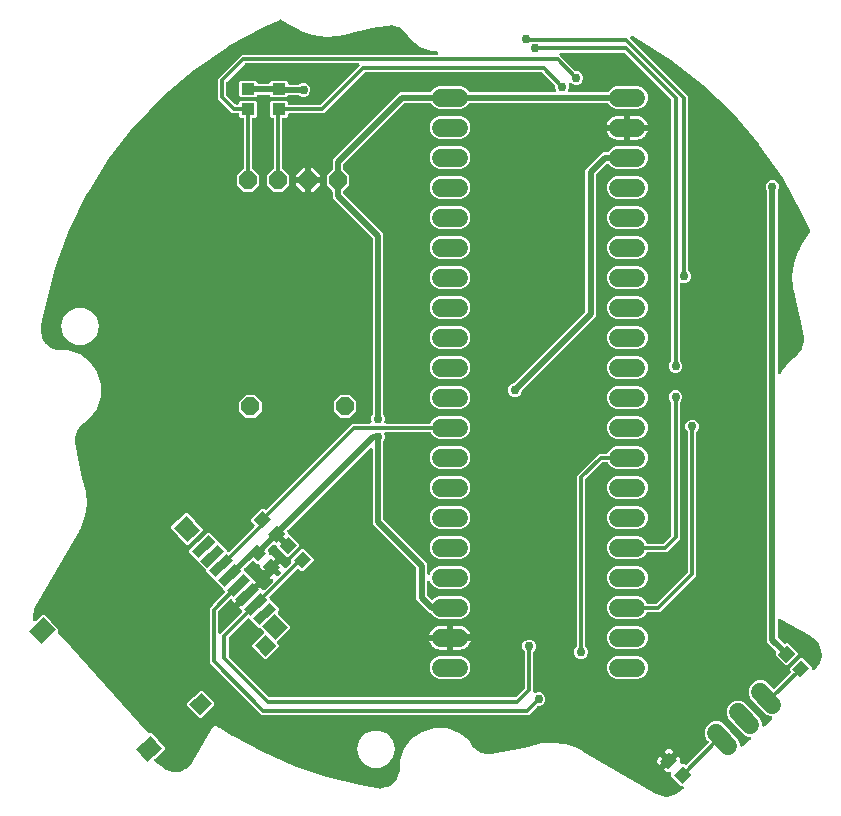
<source format=gbr>
G04 EAGLE Gerber RS-274X export*
G75*
%MOMM*%
%FSLAX34Y34*%
%LPD*%
%INTop Copper*%
%IPPOS*%
%AMOC8*
5,1,8,0,0,1.08239X$1,22.5*%
G01*
%ADD10R,2.000000X0.800000*%
%ADD11R,1.500000X1.700000*%
%ADD12R,1.600000X1.500000*%
%ADD13R,1.300000X1.290000*%
%ADD14R,1.400000X1.290000*%
%ADD15P,1.632244X8X22.500000*%
%ADD16C,1.524000*%
%ADD17R,1.000000X1.100000*%
%ADD18P,1.649562X8X22.500000*%
%ADD19R,1.100000X1.000000*%
%ADD20C,0.756400*%
%ADD21C,0.300000*%
%ADD22C,0.500000*%

G36*
X602117Y65623D02*
X602117Y65623D01*
X602126Y65622D01*
X602150Y65627D01*
X602305Y65644D01*
X607443Y66571D01*
X607534Y66599D01*
X607627Y66617D01*
X607744Y66662D01*
X607774Y66672D01*
X607789Y66680D01*
X607818Y66691D01*
X610188Y67812D01*
X610197Y67819D01*
X610217Y67827D01*
X610245Y67845D01*
X610331Y67890D01*
X616516Y71684D01*
X616590Y71743D01*
X616670Y71793D01*
X616726Y71849D01*
X616788Y71898D01*
X616847Y71972D01*
X616913Y72039D01*
X616954Y72106D01*
X617004Y72168D01*
X617044Y72253D01*
X617093Y72334D01*
X617118Y72409D01*
X617152Y72481D01*
X617172Y72573D01*
X617201Y72662D01*
X617208Y72741D01*
X617224Y72819D01*
X617223Y72913D01*
X617231Y73007D01*
X617219Y73085D01*
X617218Y73164D01*
X617194Y73256D01*
X617181Y73349D01*
X617152Y73423D01*
X617132Y73499D01*
X617088Y73583D01*
X617054Y73670D01*
X617008Y73735D01*
X616972Y73806D01*
X616910Y73877D01*
X616856Y73954D01*
X616797Y74007D01*
X616746Y74067D01*
X616669Y74122D01*
X616599Y74185D01*
X616530Y74224D01*
X616466Y74270D01*
X616379Y74306D01*
X616296Y74352D01*
X616220Y74373D01*
X616147Y74403D01*
X616053Y74419D01*
X615963Y74444D01*
X615837Y74455D01*
X615805Y74460D01*
X615789Y74459D01*
X615758Y74461D01*
X614558Y74482D01*
X606460Y82868D01*
X606495Y84852D01*
X606489Y84910D01*
X606492Y84969D01*
X606472Y85082D01*
X606461Y85196D01*
X606442Y85252D01*
X606432Y85309D01*
X606386Y85415D01*
X606349Y85523D01*
X606318Y85573D01*
X606295Y85627D01*
X606226Y85719D01*
X606165Y85816D01*
X606124Y85857D01*
X606089Y85904D01*
X606001Y85978D01*
X605919Y86059D01*
X605869Y86090D01*
X605825Y86127D01*
X605722Y86179D01*
X605624Y86239D01*
X605569Y86258D01*
X605517Y86284D01*
X605405Y86311D01*
X605296Y86347D01*
X605237Y86352D01*
X605181Y86366D01*
X605066Y86367D01*
X604951Y86377D01*
X604893Y86368D01*
X604835Y86369D01*
X604633Y86333D01*
X603902Y86151D01*
X603233Y86163D01*
X602590Y86347D01*
X602017Y86691D01*
X600047Y88731D01*
X605112Y93622D01*
X605135Y93649D01*
X605162Y93672D01*
X605244Y93782D01*
X605331Y93889D01*
X605347Y93921D01*
X605368Y93949D01*
X605423Y94076D01*
X605484Y94199D01*
X605492Y94234D01*
X605506Y94267D01*
X605530Y94402D01*
X605561Y94536D01*
X605561Y94572D01*
X605566Y94601D01*
X605692Y94602D01*
X605726Y94610D01*
X605761Y94612D01*
X605894Y94651D01*
X606028Y94683D01*
X606059Y94699D01*
X606093Y94709D01*
X606213Y94777D01*
X606336Y94839D01*
X606363Y94862D01*
X606394Y94879D01*
X606551Y95011D01*
X611616Y99902D01*
X613585Y97863D01*
X613909Y97278D01*
X614071Y96628D01*
X614060Y95959D01*
X613852Y95236D01*
X613842Y95178D01*
X613824Y95123D01*
X613814Y95008D01*
X613796Y94895D01*
X613800Y94836D01*
X613795Y94778D01*
X613811Y94664D01*
X613819Y94550D01*
X613836Y94494D01*
X613845Y94436D01*
X613887Y94329D01*
X613921Y94219D01*
X613950Y94169D01*
X613972Y94114D01*
X614037Y94020D01*
X614095Y93921D01*
X614136Y93879D01*
X614169Y93831D01*
X614254Y93754D01*
X614334Y93670D01*
X614383Y93638D01*
X614426Y93599D01*
X614527Y93544D01*
X614623Y93481D01*
X614678Y93461D01*
X614729Y93433D01*
X614840Y93403D01*
X614948Y93363D01*
X615006Y93357D01*
X615063Y93341D01*
X615267Y93323D01*
X617251Y93289D01*
X617717Y92806D01*
X617755Y92775D01*
X617787Y92739D01*
X617888Y92666D01*
X617984Y92587D01*
X618028Y92566D01*
X618067Y92537D01*
X618183Y92489D01*
X618295Y92435D01*
X618342Y92424D01*
X618387Y92405D01*
X618510Y92385D01*
X618632Y92357D01*
X618680Y92358D01*
X618728Y92350D01*
X618853Y92359D01*
X618978Y92360D01*
X619025Y92371D01*
X619073Y92374D01*
X619192Y92411D01*
X619314Y92441D01*
X619357Y92463D01*
X619403Y92477D01*
X619511Y92541D01*
X619622Y92597D01*
X619659Y92628D01*
X619701Y92653D01*
X619856Y92788D01*
X637698Y110630D01*
X637704Y110637D01*
X637711Y110643D01*
X637812Y110773D01*
X637913Y110901D01*
X637917Y110910D01*
X637923Y110917D01*
X637990Y111066D01*
X638060Y111214D01*
X638062Y111223D01*
X638066Y111232D01*
X638097Y111392D01*
X638131Y111553D01*
X638131Y111562D01*
X638133Y111571D01*
X638127Y111734D01*
X638123Y111898D01*
X638121Y111907D01*
X638120Y111916D01*
X638077Y112074D01*
X638036Y112233D01*
X638032Y112241D01*
X638029Y112250D01*
X637951Y112394D01*
X637875Y112539D01*
X637869Y112545D01*
X637864Y112554D01*
X637735Y112713D01*
X635916Y114664D01*
X634575Y118249D01*
X634709Y122074D01*
X636296Y125556D01*
X639095Y128167D01*
X642680Y129507D01*
X646505Y129373D01*
X649988Y127786D01*
X662992Y113841D01*
X664332Y110256D01*
X664308Y109549D01*
X664313Y109487D01*
X664308Y109425D01*
X664327Y109315D01*
X664335Y109205D01*
X664355Y109145D01*
X664365Y109084D01*
X664407Y108981D01*
X664442Y108876D01*
X664474Y108822D01*
X664498Y108765D01*
X664563Y108675D01*
X664620Y108580D01*
X664664Y108535D01*
X664700Y108484D01*
X664784Y108412D01*
X664862Y108332D01*
X664915Y108299D01*
X664962Y108258D01*
X665060Y108207D01*
X665154Y108147D01*
X665213Y108127D01*
X665268Y108098D01*
X665376Y108070D01*
X665480Y108034D01*
X665542Y108027D01*
X665603Y108012D01*
X665714Y108009D01*
X665824Y107998D01*
X665886Y108006D01*
X665949Y108005D01*
X666057Y108028D01*
X666167Y108042D01*
X666226Y108064D01*
X666287Y108077D01*
X666387Y108124D01*
X666491Y108163D01*
X666543Y108198D01*
X666599Y108225D01*
X666765Y108345D01*
X673262Y113756D01*
X673363Y113862D01*
X673467Y113964D01*
X673481Y113987D01*
X673500Y114006D01*
X673574Y114132D01*
X673652Y114256D01*
X673661Y114281D01*
X673675Y114305D01*
X673718Y114444D01*
X673766Y114582D01*
X673768Y114609D01*
X673776Y114635D01*
X673786Y114781D01*
X673801Y114926D01*
X673798Y114953D01*
X673800Y114980D01*
X673776Y115124D01*
X673757Y115269D01*
X673748Y115295D01*
X673743Y115321D01*
X673687Y115456D01*
X673636Y115593D01*
X673621Y115615D01*
X673610Y115640D01*
X673525Y115759D01*
X673443Y115880D01*
X673424Y115899D01*
X673408Y115921D01*
X673298Y116016D01*
X673190Y116116D01*
X673167Y116129D01*
X673146Y116147D01*
X673017Y116215D01*
X672890Y116287D01*
X672864Y116295D01*
X672840Y116307D01*
X672698Y116344D01*
X672559Y116385D01*
X672523Y116389D01*
X672505Y116393D01*
X672472Y116394D01*
X672354Y116406D01*
X670979Y116454D01*
X667496Y118041D01*
X654492Y131986D01*
X653152Y135571D01*
X653285Y139396D01*
X654872Y142879D01*
X657672Y145489D01*
X661257Y146830D01*
X665082Y146696D01*
X668564Y145109D01*
X681568Y131164D01*
X682909Y127579D01*
X682868Y126408D01*
X682878Y126284D01*
X682880Y126160D01*
X682892Y126112D01*
X682896Y126063D01*
X682934Y125945D01*
X682964Y125825D01*
X682986Y125781D01*
X683002Y125734D01*
X683066Y125628D01*
X683123Y125518D01*
X683155Y125480D01*
X683180Y125438D01*
X683267Y125349D01*
X683348Y125255D01*
X683388Y125226D01*
X683422Y125191D01*
X683527Y125124D01*
X683627Y125051D01*
X683672Y125032D01*
X683714Y125005D01*
X683831Y124965D01*
X683945Y124916D01*
X683994Y124908D01*
X684040Y124892D01*
X684164Y124879D01*
X684286Y124858D01*
X684335Y124861D01*
X684384Y124856D01*
X684507Y124872D01*
X684631Y124880D01*
X684678Y124894D01*
X684727Y124900D01*
X684843Y124944D01*
X684962Y124980D01*
X685005Y125004D01*
X685051Y125022D01*
X685154Y125090D01*
X685261Y125153D01*
X685314Y125197D01*
X685338Y125214D01*
X685359Y125237D01*
X685417Y125286D01*
X691412Y131180D01*
X691465Y131246D01*
X691525Y131305D01*
X691573Y131380D01*
X691629Y131449D01*
X691665Y131525D01*
X691710Y131597D01*
X691740Y131680D01*
X691778Y131761D01*
X691796Y131843D01*
X691824Y131923D01*
X691833Y132011D01*
X691852Y132098D01*
X691851Y132183D01*
X691860Y132267D01*
X691848Y132355D01*
X691847Y132444D01*
X691826Y132526D01*
X691816Y132610D01*
X691784Y132693D01*
X691763Y132779D01*
X691724Y132854D01*
X691694Y132934D01*
X691645Y133008D01*
X691604Y133086D01*
X691549Y133151D01*
X691502Y133221D01*
X691437Y133281D01*
X691379Y133349D01*
X691311Y133399D01*
X691249Y133457D01*
X691172Y133501D01*
X691100Y133553D01*
X691022Y133586D01*
X690948Y133628D01*
X690863Y133653D01*
X690781Y133688D01*
X690698Y133702D01*
X690617Y133726D01*
X690465Y133742D01*
X690441Y133746D01*
X690431Y133745D01*
X690413Y133747D01*
X689555Y133777D01*
X686072Y135364D01*
X673068Y149309D01*
X671728Y152894D01*
X671862Y156719D01*
X673449Y160202D01*
X676248Y162812D01*
X679833Y164153D01*
X683658Y164019D01*
X687141Y162432D01*
X692046Y157172D01*
X692093Y157132D01*
X692133Y157085D01*
X692224Y157020D01*
X692309Y156948D01*
X692364Y156920D01*
X692414Y156884D01*
X692518Y156841D01*
X692617Y156790D01*
X692677Y156775D01*
X692734Y156752D01*
X692844Y156734D01*
X692953Y156707D01*
X693014Y156706D01*
X693075Y156697D01*
X693187Y156704D01*
X693298Y156703D01*
X693358Y156717D01*
X693420Y156721D01*
X693527Y156754D01*
X693636Y156779D01*
X693691Y156805D01*
X693750Y156824D01*
X693846Y156880D01*
X693947Y156929D01*
X693995Y156968D01*
X694048Y156999D01*
X694202Y157134D01*
X707126Y170058D01*
X707140Y170075D01*
X707157Y170090D01*
X707247Y170211D01*
X707341Y170329D01*
X707350Y170349D01*
X707364Y170367D01*
X707424Y170505D01*
X707488Y170642D01*
X707492Y170664D01*
X707501Y170684D01*
X707528Y170833D01*
X707559Y170980D01*
X707558Y171002D01*
X707562Y171024D01*
X707554Y171175D01*
X707551Y171326D01*
X707545Y171348D01*
X707544Y171370D01*
X707502Y171514D01*
X707464Y171660D01*
X707453Y171680D01*
X707447Y171702D01*
X707372Y171833D01*
X707302Y171966D01*
X707287Y171983D01*
X707276Y172002D01*
X707144Y172159D01*
X706460Y172868D01*
X706489Y174525D01*
X715594Y183318D01*
X717251Y183289D01*
X725349Y174903D01*
X725339Y174339D01*
X725344Y174293D01*
X725340Y174247D01*
X725361Y174121D01*
X725373Y173994D01*
X725388Y173951D01*
X725395Y173905D01*
X725444Y173788D01*
X725485Y173667D01*
X725509Y173628D01*
X725527Y173586D01*
X725601Y173482D01*
X725669Y173374D01*
X725701Y173342D01*
X725728Y173305D01*
X725824Y173221D01*
X725915Y173131D01*
X725954Y173107D01*
X725989Y173077D01*
X726101Y173018D01*
X726210Y172951D01*
X726254Y172937D01*
X726294Y172915D01*
X726417Y172883D01*
X726538Y172843D01*
X726584Y172839D01*
X726629Y172828D01*
X726756Y172825D01*
X726883Y172814D01*
X726928Y172820D01*
X726974Y172819D01*
X727099Y172845D01*
X727225Y172864D01*
X727268Y172881D01*
X727313Y172890D01*
X727428Y172944D01*
X727546Y172991D01*
X727584Y173017D01*
X727626Y173037D01*
X727725Y173115D01*
X727830Y173188D01*
X727861Y173222D01*
X727897Y173251D01*
X728032Y173405D01*
X728607Y174162D01*
X729746Y175661D01*
X729746Y175662D01*
X730544Y176711D01*
X730560Y176739D01*
X730615Y176817D01*
X730624Y176829D01*
X730627Y176834D01*
X730632Y176841D01*
X731930Y178981D01*
X731965Y179059D01*
X732010Y179132D01*
X732063Y179271D01*
X732074Y179295D01*
X732076Y179306D01*
X732083Y179324D01*
X733527Y184099D01*
X733554Y184245D01*
X733585Y184390D01*
X733586Y184422D01*
X733589Y184439D01*
X733587Y184471D01*
X733590Y184595D01*
X733384Y189580D01*
X733361Y189726D01*
X733342Y189873D01*
X733332Y189904D01*
X733330Y189921D01*
X733318Y189951D01*
X733280Y190069D01*
X731445Y194708D01*
X731375Y194839D01*
X731309Y194972D01*
X731290Y194997D01*
X731281Y195012D01*
X731260Y195036D01*
X731186Y195136D01*
X727927Y198913D01*
X727864Y198971D01*
X727807Y199036D01*
X727692Y199129D01*
X727672Y199147D01*
X727663Y199152D01*
X727647Y199164D01*
X726565Y199916D01*
X726560Y199919D01*
X726555Y199923D01*
X726406Y200002D01*
X726261Y200079D01*
X726255Y200081D01*
X726249Y200084D01*
X726085Y200126D01*
X725927Y200169D01*
X725921Y200169D01*
X725914Y200170D01*
X725797Y200178D01*
X725221Y200754D01*
X725147Y200812D01*
X725081Y200878D01*
X724975Y200949D01*
X724950Y200969D01*
X724935Y200976D01*
X724910Y200992D01*
X724207Y201398D01*
X724207Y201399D01*
X698750Y216096D01*
X698675Y216129D01*
X698605Y216170D01*
X698517Y216197D01*
X698432Y216234D01*
X698352Y216248D01*
X698274Y216272D01*
X698183Y216278D01*
X698092Y216294D01*
X698011Y216290D01*
X697929Y216296D01*
X697839Y216281D01*
X697747Y216276D01*
X697669Y216253D01*
X697588Y216240D01*
X697503Y216204D01*
X697415Y216178D01*
X697344Y216138D01*
X697269Y216107D01*
X697194Y216053D01*
X697114Y216008D01*
X697055Y215952D01*
X696989Y215905D01*
X696928Y215835D01*
X696861Y215772D01*
X696815Y215705D01*
X696762Y215643D01*
X696719Y215562D01*
X696668Y215486D01*
X696639Y215409D01*
X696601Y215337D01*
X696578Y215248D01*
X696546Y215162D01*
X696535Y215081D01*
X696515Y215003D01*
X696504Y214840D01*
X696501Y214819D01*
X696502Y214812D01*
X696501Y214798D01*
X696501Y200695D01*
X696517Y200557D01*
X696527Y200418D01*
X696537Y200385D01*
X696541Y200352D01*
X696588Y200221D01*
X696629Y200087D01*
X696647Y200058D01*
X696658Y200026D01*
X696734Y199910D01*
X696805Y199790D01*
X696835Y199756D01*
X696847Y199737D01*
X696871Y199714D01*
X696940Y199635D01*
X701341Y195234D01*
X701358Y195220D01*
X701372Y195203D01*
X701494Y195113D01*
X701612Y195019D01*
X701632Y195010D01*
X701650Y194997D01*
X701788Y194937D01*
X701925Y194873D01*
X701947Y194868D01*
X701967Y194859D01*
X702115Y194832D01*
X702263Y194801D01*
X702285Y194802D01*
X702307Y194798D01*
X702458Y194806D01*
X702609Y194809D01*
X702630Y194815D01*
X702653Y194816D01*
X702797Y194859D01*
X702943Y194897D01*
X702963Y194907D01*
X702984Y194913D01*
X703115Y194987D01*
X703249Y195058D01*
X703266Y195073D01*
X703285Y195084D01*
X703442Y195216D01*
X703785Y195547D01*
X705442Y195518D01*
X713540Y187132D01*
X713511Y185475D01*
X704406Y176682D01*
X702749Y176711D01*
X694651Y185097D01*
X694680Y186754D01*
X694809Y186879D01*
X694840Y186916D01*
X694876Y186948D01*
X694949Y187049D01*
X695028Y187146D01*
X695050Y187189D01*
X695078Y187229D01*
X695126Y187344D01*
X695181Y187456D01*
X695191Y187504D01*
X695210Y187548D01*
X695230Y187672D01*
X695258Y187793D01*
X695257Y187842D01*
X695265Y187890D01*
X695256Y188014D01*
X695256Y188139D01*
X695244Y188186D01*
X695241Y188235D01*
X695204Y188354D01*
X695174Y188475D01*
X695152Y188518D01*
X695138Y188565D01*
X695075Y188672D01*
X695018Y188784D01*
X694987Y188821D01*
X694962Y188863D01*
X694828Y189017D01*
X687499Y196345D01*
X687499Y577702D01*
X687483Y577839D01*
X687473Y577979D01*
X687463Y578012D01*
X687459Y578045D01*
X687412Y578176D01*
X687371Y578309D01*
X687353Y578339D01*
X687342Y578370D01*
X687266Y578487D01*
X687195Y578607D01*
X687165Y578641D01*
X687153Y578660D01*
X687129Y578683D01*
X687102Y578714D01*
X686217Y580850D01*
X686217Y583150D01*
X687098Y585276D01*
X688724Y586902D01*
X690850Y587783D01*
X693150Y587783D01*
X695276Y586902D01*
X696902Y585276D01*
X697783Y583150D01*
X697783Y580850D01*
X696894Y578704D01*
X696853Y578653D01*
X696762Y578547D01*
X696746Y578517D01*
X696725Y578491D01*
X696666Y578365D01*
X696601Y578241D01*
X696593Y578208D01*
X696578Y578178D01*
X696550Y578042D01*
X696515Y577906D01*
X696512Y577861D01*
X696507Y577839D01*
X696508Y577806D01*
X696501Y577702D01*
X696501Y424630D01*
X696511Y424540D01*
X696512Y424449D01*
X696531Y424369D01*
X696541Y424287D01*
X696572Y424201D01*
X696593Y424113D01*
X696630Y424039D01*
X696658Y423962D01*
X696708Y423885D01*
X696749Y423804D01*
X696802Y423741D01*
X696847Y423672D01*
X696913Y423609D01*
X696971Y423540D01*
X697037Y423490D01*
X697097Y423433D01*
X697176Y423387D01*
X697249Y423333D01*
X697324Y423300D01*
X697395Y423258D01*
X697482Y423232D01*
X697566Y423195D01*
X697647Y423181D01*
X697726Y423156D01*
X697817Y423150D01*
X697906Y423134D01*
X697988Y423138D01*
X698071Y423133D01*
X698160Y423147D01*
X698251Y423152D01*
X698330Y423175D01*
X698412Y423189D01*
X698496Y423224D01*
X698583Y423249D01*
X698655Y423290D01*
X698731Y423321D01*
X698805Y423375D01*
X698884Y423419D01*
X698945Y423475D01*
X699011Y423524D01*
X699071Y423592D01*
X699138Y423654D01*
X699184Y423722D01*
X699238Y423785D01*
X699280Y423865D01*
X699331Y423941D01*
X699385Y424064D01*
X699399Y424091D01*
X699402Y424105D01*
X699413Y424129D01*
X700182Y426297D01*
X706788Y434817D01*
X710318Y437195D01*
X711259Y437828D01*
X711284Y437850D01*
X711371Y437912D01*
X713526Y439675D01*
X713600Y439752D01*
X713681Y439822D01*
X713743Y439900D01*
X713766Y439924D01*
X713778Y439944D01*
X713809Y439983D01*
X716963Y444543D01*
X716965Y444547D01*
X716967Y444549D01*
X717046Y444699D01*
X717126Y444848D01*
X717127Y444852D01*
X717128Y444855D01*
X717189Y445051D01*
X718464Y450448D01*
X718476Y450554D01*
X718498Y450659D01*
X718500Y450758D01*
X718504Y450791D01*
X718501Y450815D01*
X718502Y450864D01*
X718369Y453645D01*
X718365Y453672D01*
X718363Y453731D01*
X718357Y453755D01*
X718353Y453808D01*
X716893Y463077D01*
X716887Y463099D01*
X716881Y463144D01*
X713123Y481531D01*
X713116Y481552D01*
X713108Y481597D01*
X710813Y490697D01*
X710810Y490704D01*
X710808Y490719D01*
X709440Y495815D01*
X708747Y506346D01*
X710122Y516809D01*
X713514Y526803D01*
X715106Y529561D01*
X715106Y529562D01*
X716566Y532089D01*
X716566Y532090D01*
X717198Y533184D01*
X723386Y543902D01*
X723421Y543983D01*
X723466Y544061D01*
X723490Y544142D01*
X723523Y544219D01*
X723539Y544307D01*
X723564Y544392D01*
X723569Y544476D01*
X723584Y544559D01*
X723579Y544648D01*
X723584Y544737D01*
X723570Y544820D01*
X723565Y544905D01*
X723540Y544990D01*
X723525Y545078D01*
X723476Y545209D01*
X723468Y545236D01*
X723461Y545248D01*
X723453Y545270D01*
X717342Y558755D01*
X717326Y558783D01*
X717291Y558857D01*
X700684Y589135D01*
X700665Y589162D01*
X700604Y589265D01*
X681010Y617701D01*
X680989Y617726D01*
X680918Y617822D01*
X658540Y644124D01*
X658516Y644146D01*
X658436Y644235D01*
X633505Y668131D01*
X633479Y668151D01*
X633390Y668231D01*
X606164Y689474D01*
X606136Y689491D01*
X606040Y689562D01*
X576799Y707933D01*
X576770Y707947D01*
X576666Y708008D01*
X573652Y709499D01*
X573556Y709533D01*
X573463Y709577D01*
X573393Y709591D01*
X573326Y709615D01*
X573225Y709627D01*
X573125Y709648D01*
X573054Y709646D01*
X572983Y709654D01*
X572882Y709642D01*
X572779Y709640D01*
X572710Y709622D01*
X572640Y709613D01*
X572544Y709578D01*
X572445Y709553D01*
X572382Y709519D01*
X572315Y709495D01*
X572229Y709439D01*
X572139Y709391D01*
X572085Y709344D01*
X572026Y709305D01*
X571955Y709231D01*
X571878Y709164D01*
X571837Y709106D01*
X571788Y709054D01*
X571736Y708966D01*
X571677Y708883D01*
X571649Y708817D01*
X571614Y708756D01*
X571584Y708658D01*
X571545Y708564D01*
X571533Y708493D01*
X571513Y708425D01*
X571506Y708323D01*
X571489Y708222D01*
X571495Y708151D01*
X571490Y708080D01*
X571507Y707979D01*
X571514Y707877D01*
X571535Y707809D01*
X571547Y707739D01*
X571586Y707645D01*
X571617Y707547D01*
X571653Y707486D01*
X571680Y707420D01*
X571740Y707337D01*
X571792Y707249D01*
X571864Y707167D01*
X571884Y707140D01*
X571899Y707126D01*
X571927Y707095D01*
X620783Y658239D01*
X620783Y511298D01*
X620799Y511160D01*
X620809Y511021D01*
X620819Y510988D01*
X620823Y510955D01*
X620870Y510824D01*
X620911Y510691D01*
X620929Y510661D01*
X620940Y510630D01*
X621016Y510513D01*
X621087Y510393D01*
X621117Y510359D01*
X621129Y510340D01*
X621153Y510317D01*
X621222Y510238D01*
X622184Y509276D01*
X623065Y507150D01*
X623065Y504850D01*
X622184Y502724D01*
X620558Y501098D01*
X618432Y500217D01*
X616132Y500217D01*
X615574Y500448D01*
X615423Y500491D01*
X615274Y500537D01*
X615257Y500538D01*
X615241Y500543D01*
X615086Y500550D01*
X614929Y500561D01*
X614913Y500558D01*
X614896Y500559D01*
X614742Y500530D01*
X614588Y500505D01*
X614573Y500498D01*
X614556Y500495D01*
X614413Y500432D01*
X614269Y500372D01*
X614255Y500362D01*
X614240Y500356D01*
X614115Y500261D01*
X613989Y500170D01*
X613977Y500157D01*
X613964Y500147D01*
X613864Y500027D01*
X613762Y499909D01*
X613754Y499894D01*
X613743Y499881D01*
X613674Y499741D01*
X613601Y499603D01*
X613597Y499586D01*
X613589Y499571D01*
X613554Y499419D01*
X613515Y499268D01*
X613513Y499246D01*
X613511Y499235D01*
X613511Y499207D01*
X613501Y499063D01*
X613501Y435298D01*
X613517Y435160D01*
X613527Y435021D01*
X613537Y434988D01*
X613541Y434955D01*
X613588Y434824D01*
X613629Y434691D01*
X613647Y434661D01*
X613658Y434630D01*
X613734Y434513D01*
X613805Y434393D01*
X613835Y434359D01*
X613847Y434340D01*
X613871Y434317D01*
X613940Y434238D01*
X614902Y433276D01*
X615783Y431150D01*
X615783Y428850D01*
X614902Y426724D01*
X613276Y425098D01*
X611150Y424217D01*
X608850Y424217D01*
X606724Y425098D01*
X605098Y426724D01*
X604217Y428850D01*
X604217Y431150D01*
X605098Y433276D01*
X606060Y434238D01*
X606147Y434347D01*
X606238Y434453D01*
X606254Y434483D01*
X606275Y434509D01*
X606334Y434635D01*
X606399Y434759D01*
X606407Y434792D01*
X606422Y434822D01*
X606450Y434958D01*
X606485Y435094D01*
X606488Y435139D01*
X606493Y435161D01*
X606492Y435194D01*
X606499Y435298D01*
X606499Y654929D01*
X606483Y655067D01*
X606473Y655206D01*
X606463Y655239D01*
X606459Y655272D01*
X606412Y655403D01*
X606371Y655537D01*
X606353Y655566D01*
X606342Y655598D01*
X606266Y655714D01*
X606195Y655834D01*
X606165Y655868D01*
X606153Y655887D01*
X606129Y655910D01*
X606060Y655989D01*
X566989Y695060D01*
X566880Y695147D01*
X566774Y695238D01*
X566744Y695254D01*
X566718Y695275D01*
X566592Y695334D01*
X566468Y695399D01*
X566436Y695407D01*
X566405Y695422D01*
X566269Y695450D01*
X566134Y695485D01*
X566088Y695488D01*
X566067Y695493D01*
X566033Y695492D01*
X565929Y695499D01*
X513071Y695499D01*
X512968Y695487D01*
X512863Y695485D01*
X512796Y695467D01*
X512728Y695459D01*
X512630Y695424D01*
X512529Y695398D01*
X512467Y695365D01*
X512402Y695342D01*
X512315Y695285D01*
X512223Y695236D01*
X512171Y695191D01*
X512113Y695153D01*
X512041Y695078D01*
X511962Y695009D01*
X511922Y694953D01*
X511874Y694903D01*
X511821Y694813D01*
X511760Y694728D01*
X511734Y694664D01*
X511699Y694605D01*
X511668Y694505D01*
X511629Y694409D01*
X511617Y694340D01*
X511597Y694274D01*
X511590Y694170D01*
X511573Y694067D01*
X511578Y693998D01*
X511573Y693929D01*
X511590Y693827D01*
X511598Y693722D01*
X511618Y693656D01*
X511629Y693588D01*
X511669Y693492D01*
X511700Y693392D01*
X511736Y693333D01*
X511762Y693269D01*
X511823Y693184D01*
X511876Y693095D01*
X511945Y693016D01*
X511964Y692989D01*
X511981Y692974D01*
X512011Y692940D01*
X513940Y691011D01*
X524729Y680222D01*
X524838Y680135D01*
X524944Y680044D01*
X524974Y680028D01*
X525000Y680007D01*
X525126Y679948D01*
X525250Y679883D01*
X525282Y679875D01*
X525313Y679860D01*
X525449Y679832D01*
X525584Y679797D01*
X525630Y679794D01*
X525651Y679789D01*
X525685Y679790D01*
X525789Y679783D01*
X527150Y679783D01*
X529276Y678902D01*
X530902Y677276D01*
X531783Y675150D01*
X531783Y672850D01*
X530902Y670724D01*
X529276Y669098D01*
X527150Y668217D01*
X524850Y668217D01*
X522724Y669098D01*
X522163Y669659D01*
X522122Y669691D01*
X522087Y669730D01*
X521987Y669798D01*
X521892Y669874D01*
X521844Y669896D01*
X521801Y669925D01*
X521689Y669969D01*
X521579Y670021D01*
X521528Y670031D01*
X521479Y670050D01*
X521359Y670067D01*
X521241Y670092D01*
X521188Y670091D01*
X521136Y670098D01*
X521016Y670087D01*
X520895Y670084D01*
X520844Y670070D01*
X520792Y670066D01*
X520678Y670027D01*
X520560Y669997D01*
X520514Y669972D01*
X520465Y669955D01*
X520362Y669892D01*
X520255Y669835D01*
X520215Y669801D01*
X520171Y669773D01*
X520085Y669687D01*
X519994Y669608D01*
X519963Y669565D01*
X519927Y669528D01*
X519863Y669426D01*
X519792Y669327D01*
X519772Y669279D01*
X519745Y669234D01*
X519707Y669119D01*
X519660Y669008D01*
X519652Y668956D01*
X519635Y668906D01*
X519624Y668786D01*
X519605Y668666D01*
X519609Y668614D01*
X519604Y668562D01*
X519621Y668442D01*
X519630Y668321D01*
X519645Y668271D01*
X519652Y668220D01*
X519718Y668025D01*
X519783Y667868D01*
X519783Y665568D01*
X519081Y663874D01*
X519038Y663723D01*
X518992Y663574D01*
X518991Y663557D01*
X518986Y663541D01*
X518979Y663386D01*
X518969Y663229D01*
X518971Y663213D01*
X518971Y663196D01*
X518999Y663042D01*
X519025Y662888D01*
X519031Y662873D01*
X519034Y662856D01*
X519098Y662712D01*
X519157Y662569D01*
X519167Y662555D01*
X519174Y662540D01*
X519268Y662415D01*
X519359Y662289D01*
X519372Y662277D01*
X519382Y662264D01*
X519502Y662164D01*
X519621Y662062D01*
X519636Y662054D01*
X519649Y662043D01*
X519788Y661974D01*
X519927Y661901D01*
X519943Y661897D01*
X519958Y661889D01*
X520110Y661854D01*
X520261Y661815D01*
X520283Y661813D01*
X520295Y661811D01*
X520323Y661811D01*
X520466Y661801D01*
X551829Y661801D01*
X551916Y661811D01*
X552004Y661811D01*
X552087Y661831D01*
X552173Y661841D01*
X552255Y661870D01*
X552340Y661890D01*
X552417Y661929D01*
X552498Y661958D01*
X552571Y662006D01*
X552649Y662045D01*
X552715Y662100D01*
X552787Y662147D01*
X552848Y662210D01*
X552915Y662266D01*
X552967Y662335D01*
X553026Y662397D01*
X553070Y662473D01*
X553123Y662543D01*
X553187Y662671D01*
X553201Y662695D01*
X553204Y662707D01*
X553214Y662726D01*
X553224Y662750D01*
X555930Y665456D01*
X559466Y666921D01*
X578534Y666921D01*
X582070Y665456D01*
X584776Y662750D01*
X586241Y659214D01*
X586241Y655386D01*
X584776Y651850D01*
X582070Y649144D01*
X578534Y647679D01*
X559466Y647679D01*
X555930Y649144D01*
X553224Y651850D01*
X553214Y651874D01*
X553172Y651950D01*
X553138Y652031D01*
X553088Y652101D01*
X553046Y652176D01*
X552987Y652240D01*
X552936Y652311D01*
X552871Y652368D01*
X552813Y652431D01*
X552741Y652481D01*
X552675Y652538D01*
X552599Y652578D01*
X552528Y652627D01*
X552446Y652658D01*
X552369Y652699D01*
X552285Y652720D01*
X552205Y652751D01*
X552119Y652763D01*
X552034Y652785D01*
X551890Y652795D01*
X551863Y652799D01*
X551851Y652798D01*
X551829Y652799D01*
X436171Y652799D01*
X436084Y652789D01*
X435996Y652789D01*
X435913Y652769D01*
X435827Y652759D01*
X435745Y652730D01*
X435660Y652710D01*
X435583Y652671D01*
X435502Y652642D01*
X435429Y652594D01*
X435351Y652555D01*
X435285Y652500D01*
X435213Y652453D01*
X435152Y652390D01*
X435085Y652334D01*
X435033Y652265D01*
X434974Y652203D01*
X434930Y652127D01*
X434877Y652057D01*
X434813Y651929D01*
X434799Y651905D01*
X434796Y651893D01*
X434786Y651874D01*
X434776Y651850D01*
X432070Y649144D01*
X428534Y647679D01*
X409466Y647679D01*
X405930Y649144D01*
X403224Y651850D01*
X403214Y651874D01*
X403172Y651950D01*
X403138Y652031D01*
X403088Y652101D01*
X403046Y652176D01*
X402987Y652240D01*
X402936Y652311D01*
X402871Y652368D01*
X402813Y652431D01*
X402741Y652481D01*
X402675Y652538D01*
X402599Y652578D01*
X402528Y652627D01*
X402446Y652658D01*
X402369Y652699D01*
X402285Y652720D01*
X402205Y652751D01*
X402119Y652763D01*
X402034Y652785D01*
X401890Y652795D01*
X401863Y652799D01*
X401851Y652798D01*
X401829Y652799D01*
X380585Y652799D01*
X380447Y652783D01*
X380308Y652773D01*
X380275Y652763D01*
X380242Y652759D01*
X380111Y652712D01*
X379978Y652671D01*
X379948Y652653D01*
X379917Y652642D01*
X379800Y652566D01*
X379680Y652495D01*
X379646Y652465D01*
X379627Y652453D01*
X379604Y652429D01*
X379525Y652360D01*
X329040Y601875D01*
X328967Y601783D01*
X328941Y601755D01*
X328933Y601742D01*
X328862Y601660D01*
X328846Y601630D01*
X328825Y601604D01*
X328766Y601478D01*
X328701Y601354D01*
X328693Y601321D01*
X328678Y601291D01*
X328650Y601155D01*
X328615Y601019D01*
X328612Y600974D01*
X328607Y600952D01*
X328608Y600919D01*
X328601Y600815D01*
X328601Y597026D01*
X328617Y596888D01*
X328627Y596749D01*
X328637Y596716D01*
X328641Y596683D01*
X328688Y596552D01*
X328729Y596418D01*
X328747Y596389D01*
X328758Y596357D01*
X328834Y596241D01*
X328905Y596121D01*
X328935Y596087D01*
X328947Y596068D01*
X328971Y596045D01*
X329040Y595966D01*
X333721Y591285D01*
X333721Y583315D01*
X328940Y578534D01*
X328853Y578425D01*
X328762Y578320D01*
X328746Y578290D01*
X328725Y578263D01*
X328666Y578137D01*
X328601Y578013D01*
X328593Y577981D01*
X328578Y577950D01*
X328550Y577814D01*
X328515Y577679D01*
X328512Y577634D01*
X328507Y577612D01*
X328508Y577578D01*
X328501Y577474D01*
X328501Y576485D01*
X328517Y576347D01*
X328527Y576208D01*
X328537Y576175D01*
X328541Y576142D01*
X328588Y576011D01*
X328629Y575878D01*
X328647Y575848D01*
X328658Y575817D01*
X328734Y575700D01*
X328805Y575580D01*
X328835Y575546D01*
X328847Y575527D01*
X328871Y575504D01*
X328940Y575425D01*
X362501Y541864D01*
X362501Y389480D01*
X362517Y389342D01*
X362527Y389203D01*
X362537Y389170D01*
X362541Y389137D01*
X362588Y389006D01*
X362629Y388872D01*
X362647Y388843D01*
X362658Y388812D01*
X362734Y388695D01*
X362805Y388575D01*
X362835Y388541D01*
X362847Y388522D01*
X362871Y388499D01*
X362898Y388468D01*
X363783Y386332D01*
X363783Y384032D01*
X363552Y383474D01*
X363509Y383323D01*
X363463Y383174D01*
X363462Y383157D01*
X363457Y383141D01*
X363450Y382986D01*
X363439Y382829D01*
X363442Y382813D01*
X363441Y382796D01*
X363470Y382642D01*
X363495Y382488D01*
X363502Y382473D01*
X363505Y382456D01*
X363568Y382313D01*
X363628Y382169D01*
X363638Y382155D01*
X363644Y382140D01*
X363739Y382015D01*
X363830Y381889D01*
X363843Y381877D01*
X363853Y381864D01*
X363973Y381764D01*
X364091Y381662D01*
X364106Y381654D01*
X364119Y381643D01*
X364259Y381574D01*
X364397Y381501D01*
X364414Y381497D01*
X364429Y381489D01*
X364581Y381454D01*
X364732Y381415D01*
X364754Y381413D01*
X364765Y381411D01*
X364793Y381411D01*
X364937Y381401D01*
X401415Y381401D01*
X401502Y381411D01*
X401589Y381411D01*
X401673Y381431D01*
X401758Y381441D01*
X401841Y381470D01*
X401926Y381490D01*
X402003Y381529D01*
X402083Y381558D01*
X402157Y381606D01*
X402235Y381645D01*
X402301Y381700D01*
X402373Y381747D01*
X402433Y381810D01*
X402501Y381866D01*
X402552Y381935D01*
X402612Y381997D01*
X402656Y382072D01*
X402709Y382143D01*
X402773Y382272D01*
X402787Y382295D01*
X402790Y382307D01*
X402800Y382326D01*
X403224Y383350D01*
X405930Y386056D01*
X409466Y387521D01*
X428534Y387521D01*
X432070Y386056D01*
X434776Y383350D01*
X436241Y379814D01*
X436241Y375986D01*
X434776Y372450D01*
X432070Y369744D01*
X428534Y368279D01*
X409466Y368279D01*
X405930Y369744D01*
X403224Y372450D01*
X402800Y373474D01*
X402757Y373550D01*
X402724Y373631D01*
X402674Y373701D01*
X402632Y373776D01*
X402573Y373840D01*
X402522Y373911D01*
X402457Y373968D01*
X402399Y374031D01*
X402327Y374081D01*
X402260Y374138D01*
X402184Y374178D01*
X402113Y374227D01*
X402032Y374258D01*
X401954Y374299D01*
X401871Y374320D01*
X401791Y374351D01*
X401704Y374363D01*
X401620Y374385D01*
X401476Y374395D01*
X401449Y374399D01*
X401437Y374398D01*
X401415Y374399D01*
X364681Y374399D01*
X364526Y374381D01*
X364370Y374367D01*
X364354Y374361D01*
X364337Y374359D01*
X364190Y374306D01*
X364042Y374257D01*
X364028Y374248D01*
X364012Y374242D01*
X363881Y374157D01*
X363749Y374074D01*
X363737Y374062D01*
X363722Y374053D01*
X363615Y373940D01*
X363504Y373830D01*
X363496Y373815D01*
X363484Y373803D01*
X363405Y373668D01*
X363323Y373535D01*
X363317Y373519D01*
X363309Y373505D01*
X363263Y373356D01*
X363213Y373207D01*
X363212Y373191D01*
X363207Y373174D01*
X363196Y373018D01*
X363182Y372863D01*
X363184Y372846D01*
X363183Y372829D01*
X363208Y372675D01*
X363230Y372521D01*
X363237Y372500D01*
X363239Y372488D01*
X363250Y372463D01*
X363296Y372326D01*
X363783Y371150D01*
X363783Y368850D01*
X362894Y366704D01*
X362853Y366653D01*
X362762Y366547D01*
X362746Y366517D01*
X362725Y366491D01*
X362666Y366364D01*
X362601Y366241D01*
X362593Y366208D01*
X362578Y366178D01*
X362550Y366042D01*
X362515Y365906D01*
X362512Y365862D01*
X362507Y365840D01*
X362508Y365806D01*
X362501Y365702D01*
X362501Y300485D01*
X362517Y300347D01*
X362527Y300208D01*
X362537Y300175D01*
X362541Y300142D01*
X362588Y300011D01*
X362629Y299878D01*
X362647Y299848D01*
X362658Y299817D01*
X362734Y299700D01*
X362805Y299580D01*
X362835Y299546D01*
X362847Y299527D01*
X362871Y299504D01*
X362940Y299425D01*
X399501Y262864D01*
X399501Y254898D01*
X399507Y254846D01*
X399504Y254794D01*
X399527Y254675D01*
X399541Y254555D01*
X399558Y254506D01*
X399568Y254454D01*
X399617Y254344D01*
X399658Y254230D01*
X399687Y254186D01*
X399708Y254138D01*
X399781Y254041D01*
X399847Y253940D01*
X399885Y253904D01*
X399916Y253862D01*
X400010Y253785D01*
X400097Y253701D01*
X400142Y253675D01*
X400182Y253642D01*
X400291Y253588D01*
X400395Y253526D01*
X400445Y253511D01*
X400492Y253488D01*
X400610Y253460D01*
X400726Y253424D01*
X400778Y253421D01*
X400829Y253409D01*
X400950Y253409D01*
X401071Y253401D01*
X401122Y253409D01*
X401174Y253409D01*
X401292Y253437D01*
X401412Y253457D01*
X401460Y253477D01*
X401511Y253489D01*
X401619Y253543D01*
X401731Y253589D01*
X401773Y253620D01*
X401820Y253643D01*
X401913Y253721D01*
X402011Y253792D01*
X402046Y253831D01*
X402086Y253865D01*
X402159Y253961D01*
X402238Y254053D01*
X402262Y254099D01*
X402294Y254141D01*
X402385Y254325D01*
X403224Y256350D01*
X405930Y259056D01*
X409466Y260521D01*
X428534Y260521D01*
X432070Y259056D01*
X434776Y256350D01*
X436241Y252814D01*
X436241Y248986D01*
X434776Y245450D01*
X432070Y242744D01*
X428534Y241279D01*
X409466Y241279D01*
X405930Y242744D01*
X403224Y245450D01*
X402385Y247475D01*
X402360Y247521D01*
X402342Y247570D01*
X402276Y247672D01*
X402217Y247777D01*
X402182Y247816D01*
X402153Y247860D01*
X402065Y247943D01*
X401984Y248033D01*
X401941Y248062D01*
X401903Y248099D01*
X401798Y248160D01*
X401699Y248228D01*
X401650Y248247D01*
X401605Y248274D01*
X401489Y248309D01*
X401376Y248353D01*
X401324Y248360D01*
X401274Y248376D01*
X401154Y248384D01*
X401034Y248401D01*
X400982Y248396D01*
X400929Y248399D01*
X400810Y248380D01*
X400689Y248368D01*
X400640Y248352D01*
X400588Y248343D01*
X400476Y248297D01*
X400362Y248258D01*
X400317Y248231D01*
X400269Y248211D01*
X400171Y248140D01*
X400068Y248076D01*
X400031Y248039D01*
X399989Y248008D01*
X399909Y247917D01*
X399824Y247831D01*
X399796Y247787D01*
X399762Y247747D01*
X399706Y247640D01*
X399642Y247537D01*
X399625Y247487D01*
X399601Y247441D01*
X399571Y247324D01*
X399533Y247209D01*
X399528Y247157D01*
X399515Y247106D01*
X399501Y246902D01*
X399501Y236485D01*
X399503Y236468D01*
X399502Y236464D01*
X399505Y236447D01*
X399517Y236347D01*
X399527Y236208D01*
X399537Y236175D01*
X399541Y236142D01*
X399588Y236011D01*
X399629Y235878D01*
X399647Y235848D01*
X399658Y235817D01*
X399734Y235700D01*
X399805Y235580D01*
X399835Y235546D01*
X399847Y235527D01*
X399871Y235504D01*
X399940Y235425D01*
X402759Y232606D01*
X402787Y232584D01*
X402811Y232557D01*
X402923Y232476D01*
X403031Y232391D01*
X403063Y232376D01*
X403091Y232355D01*
X403219Y232303D01*
X403344Y232244D01*
X403378Y232237D01*
X403411Y232223D01*
X403547Y232201D01*
X403682Y232173D01*
X403717Y232174D01*
X403752Y232168D01*
X403890Y232178D01*
X404027Y232181D01*
X404062Y232190D01*
X404097Y232192D01*
X404229Y232233D01*
X404362Y232268D01*
X404393Y232285D01*
X404427Y232295D01*
X404546Y232365D01*
X404668Y232429D01*
X404695Y232453D01*
X404725Y232471D01*
X404880Y232606D01*
X405930Y233656D01*
X409466Y235121D01*
X428534Y235121D01*
X432070Y233656D01*
X434776Y230950D01*
X436241Y227414D01*
X436241Y223586D01*
X434776Y220050D01*
X432070Y217344D01*
X428534Y215879D01*
X409466Y215879D01*
X405930Y217344D01*
X403224Y220050D01*
X403214Y220074D01*
X403172Y220150D01*
X403138Y220231D01*
X403088Y220301D01*
X403046Y220376D01*
X402987Y220440D01*
X402936Y220511D01*
X402871Y220568D01*
X402813Y220631D01*
X402741Y220681D01*
X402675Y220738D01*
X402599Y220778D01*
X402528Y220827D01*
X402446Y220858D01*
X402369Y220899D01*
X402285Y220920D01*
X402205Y220951D01*
X402119Y220963D01*
X402034Y220985D01*
X401890Y220995D01*
X401863Y220999D01*
X401851Y220998D01*
X401829Y220999D01*
X401636Y220999D01*
X390499Y232136D01*
X390499Y258515D01*
X390483Y258653D01*
X390473Y258792D01*
X390463Y258825D01*
X390459Y258858D01*
X390412Y258989D01*
X390371Y259122D01*
X390353Y259152D01*
X390342Y259183D01*
X390266Y259300D01*
X390195Y259420D01*
X390165Y259454D01*
X390153Y259473D01*
X390129Y259496D01*
X390060Y259575D01*
X353499Y296136D01*
X353499Y359494D01*
X353496Y359521D01*
X353498Y359543D01*
X353487Y359608D01*
X353485Y359702D01*
X353467Y359769D01*
X353459Y359837D01*
X353424Y359935D01*
X353398Y360036D01*
X353365Y360097D01*
X353342Y360163D01*
X353285Y360250D01*
X353236Y360342D01*
X353191Y360394D01*
X353153Y360452D01*
X353078Y360524D01*
X353009Y360603D01*
X352953Y360643D01*
X352903Y360691D01*
X352813Y360744D01*
X352728Y360804D01*
X352664Y360831D01*
X352605Y360866D01*
X352505Y360897D01*
X352409Y360936D01*
X352340Y360947D01*
X352274Y360968D01*
X352170Y360975D01*
X352067Y360992D01*
X351998Y360987D01*
X351929Y360992D01*
X351827Y360975D01*
X351722Y360967D01*
X351656Y360947D01*
X351588Y360936D01*
X351492Y360896D01*
X351392Y360865D01*
X351333Y360829D01*
X351269Y360803D01*
X351184Y360742D01*
X351095Y360689D01*
X351027Y360630D01*
X351021Y360626D01*
X351014Y360619D01*
X350989Y360601D01*
X350974Y360584D01*
X350940Y360554D01*
X281557Y291171D01*
X281535Y291143D01*
X281508Y291120D01*
X281428Y291008D01*
X281342Y290900D01*
X281327Y290868D01*
X281306Y290839D01*
X281254Y290712D01*
X281195Y290587D01*
X281188Y290552D01*
X281174Y290519D01*
X281152Y290383D01*
X281124Y290249D01*
X281125Y290213D01*
X281119Y290178D01*
X281129Y290041D01*
X281132Y289903D01*
X281141Y289869D01*
X281144Y289833D01*
X281185Y289702D01*
X281219Y289568D01*
X281236Y289537D01*
X281246Y289503D01*
X281317Y289384D01*
X281381Y289263D01*
X281404Y289236D01*
X281422Y289205D01*
X281436Y289190D01*
X281436Y288935D01*
X281440Y288900D01*
X281437Y288864D01*
X281460Y288728D01*
X281476Y288592D01*
X281488Y288558D01*
X281493Y288523D01*
X281546Y288396D01*
X281593Y288266D01*
X281612Y288237D01*
X281626Y288204D01*
X281707Y288092D01*
X281782Y287977D01*
X281808Y287952D01*
X281828Y287924D01*
X281932Y287833D01*
X282032Y287738D01*
X282063Y287720D01*
X282089Y287697D01*
X282212Y287633D01*
X282330Y287563D01*
X282364Y287553D01*
X282396Y287536D01*
X282529Y287502D01*
X282661Y287461D01*
X282696Y287459D01*
X282730Y287450D01*
X282935Y287436D01*
X283172Y287436D01*
X291415Y279193D01*
X291415Y277535D01*
X282465Y268585D01*
X280807Y268585D01*
X272564Y276828D01*
X272564Y277065D01*
X272562Y277081D01*
X272563Y277085D01*
X272560Y277098D01*
X272560Y277100D01*
X272563Y277136D01*
X272540Y277272D01*
X272524Y277408D01*
X272512Y277442D01*
X272507Y277477D01*
X272454Y277604D01*
X272407Y277734D01*
X272387Y277763D01*
X272374Y277796D01*
X272293Y277908D01*
X272218Y278023D01*
X272192Y278048D01*
X272172Y278076D01*
X272067Y278167D01*
X271968Y278262D01*
X271937Y278280D01*
X271911Y278303D01*
X271788Y278367D01*
X271670Y278437D01*
X271636Y278447D01*
X271604Y278464D01*
X271471Y278498D01*
X271339Y278539D01*
X271304Y278541D01*
X271270Y278550D01*
X271065Y278564D01*
X270806Y278564D01*
X270765Y278593D01*
X270657Y278679D01*
X270625Y278694D01*
X270596Y278714D01*
X270469Y278767D01*
X270344Y278825D01*
X270310Y278833D01*
X270277Y278846D01*
X270141Y278868D01*
X270006Y278897D01*
X269971Y278896D01*
X269936Y278902D01*
X269798Y278892D01*
X269660Y278889D01*
X269626Y278880D01*
X269591Y278877D01*
X269459Y278836D01*
X269326Y278802D01*
X269295Y278785D01*
X269261Y278774D01*
X269142Y278704D01*
X269020Y278640D01*
X268993Y278617D01*
X268963Y278599D01*
X268808Y278464D01*
X265182Y274838D01*
X265160Y274811D01*
X265134Y274787D01*
X265053Y274675D01*
X264968Y274567D01*
X264953Y274535D01*
X264932Y274506D01*
X264879Y274379D01*
X264821Y274254D01*
X264814Y274220D01*
X264800Y274187D01*
X264778Y274051D01*
X264750Y273916D01*
X264751Y273881D01*
X264745Y273845D01*
X264755Y273708D01*
X264758Y273570D01*
X264767Y273536D01*
X264769Y273501D01*
X264810Y273369D01*
X264845Y273236D01*
X264861Y273204D01*
X264872Y273170D01*
X264942Y273052D01*
X265006Y272930D01*
X265030Y272903D01*
X265048Y272873D01*
X265182Y272718D01*
X265415Y272486D01*
X265415Y271398D01*
X265422Y271339D01*
X265419Y271281D01*
X265442Y271168D01*
X265455Y271054D01*
X265475Y270999D01*
X265486Y270942D01*
X265533Y270837D01*
X265572Y270729D01*
X265604Y270680D01*
X265628Y270627D01*
X265698Y270536D01*
X265761Y270439D01*
X265803Y270399D01*
X265839Y270353D01*
X265928Y270280D01*
X266011Y270201D01*
X266062Y270171D01*
X266107Y270134D01*
X266211Y270084D01*
X266309Y270026D01*
X266365Y270008D01*
X266418Y269983D01*
X266530Y269958D01*
X266640Y269924D01*
X266698Y269920D01*
X266755Y269907D01*
X266870Y269908D01*
X266985Y269900D01*
X267042Y269909D01*
X267101Y269910D01*
X267302Y269950D01*
X267322Y269955D01*
X267991Y269955D01*
X268638Y269782D01*
X269217Y269447D01*
X271575Y267089D01*
X266950Y262464D01*
X266928Y262436D01*
X266902Y262413D01*
X266821Y262301D01*
X266736Y262193D01*
X266721Y262161D01*
X266700Y262132D01*
X266647Y262005D01*
X266589Y261880D01*
X266582Y261845D01*
X266568Y261813D01*
X266546Y261676D01*
X266518Y261542D01*
X266518Y261506D01*
X266514Y261477D01*
X266388Y261474D01*
X266354Y261465D01*
X266318Y261463D01*
X266187Y261422D01*
X266054Y261387D01*
X266022Y261371D01*
X265988Y261360D01*
X265869Y261290D01*
X265748Y261226D01*
X265721Y261202D01*
X265691Y261184D01*
X265536Y261050D01*
X260911Y256425D01*
X258553Y258783D01*
X258218Y259362D01*
X258045Y260009D01*
X258045Y260678D01*
X258050Y260698D01*
X258059Y260756D01*
X258076Y260811D01*
X258084Y260926D01*
X258101Y261040D01*
X258096Y261098D01*
X258100Y261156D01*
X258081Y261270D01*
X258072Y261384D01*
X258053Y261440D01*
X258044Y261498D01*
X258000Y261604D01*
X257964Y261713D01*
X257934Y261763D01*
X257911Y261817D01*
X257844Y261910D01*
X257784Y262008D01*
X257743Y262050D01*
X257709Y262097D01*
X257622Y262173D01*
X257542Y262254D01*
X257492Y262286D01*
X257448Y262324D01*
X257346Y262377D01*
X257249Y262439D01*
X257194Y262457D01*
X257142Y262485D01*
X257030Y262513D01*
X256922Y262551D01*
X256864Y262556D01*
X256807Y262571D01*
X256602Y262585D01*
X255514Y262585D01*
X253167Y264933D01*
X253140Y264953D01*
X253118Y264979D01*
X253005Y265061D01*
X252896Y265147D01*
X252865Y265162D01*
X252838Y265181D01*
X252709Y265235D01*
X252583Y265294D01*
X252550Y265301D01*
X252519Y265314D01*
X252381Y265337D01*
X252244Y265365D01*
X252211Y265365D01*
X252178Y265370D01*
X252038Y265361D01*
X251899Y265357D01*
X251866Y265349D01*
X251833Y265347D01*
X251699Y265305D01*
X251564Y265270D01*
X251535Y265255D01*
X251502Y265245D01*
X251382Y265174D01*
X251258Y265109D01*
X251233Y265087D01*
X251204Y265070D01*
X251049Y264935D01*
X245044Y258960D01*
X244937Y258826D01*
X244831Y258693D01*
X244830Y258691D01*
X244829Y258690D01*
X244755Y258532D01*
X244683Y258381D01*
X244682Y258379D01*
X244681Y258377D01*
X244646Y258211D01*
X244610Y258043D01*
X244610Y258041D01*
X244609Y258039D01*
X244613Y257869D01*
X244616Y257697D01*
X244617Y257695D01*
X244617Y257693D01*
X244659Y257529D01*
X244701Y257362D01*
X244702Y257361D01*
X244703Y257359D01*
X244780Y257212D01*
X244801Y257143D01*
X244819Y257112D01*
X244830Y257079D01*
X244905Y256963D01*
X244974Y256844D01*
X244999Y256818D01*
X245018Y256788D01*
X245117Y256693D01*
X245212Y256592D01*
X245241Y256573D01*
X245267Y256548D01*
X245337Y256506D01*
X252113Y248981D01*
X252200Y248904D01*
X252282Y248820D01*
X252330Y248790D01*
X252372Y248752D01*
X252475Y248698D01*
X252574Y248635D01*
X252649Y248605D01*
X252677Y248589D01*
X252705Y248582D01*
X252764Y248558D01*
X253080Y248456D01*
X253641Y248091D01*
X255203Y246356D01*
X246255Y238299D01*
X246232Y238273D01*
X246204Y238251D01*
X246118Y238143D01*
X246027Y238040D01*
X246010Y238009D01*
X245988Y237981D01*
X245950Y237900D01*
X245858Y237853D01*
X245733Y237795D01*
X245705Y237773D01*
X245673Y237756D01*
X245512Y237630D01*
X236564Y229573D01*
X235002Y231309D01*
X234745Y231811D01*
X234691Y231893D01*
X234646Y231979D01*
X234596Y232036D01*
X234554Y232099D01*
X234483Y232166D01*
X234418Y232240D01*
X234357Y232284D01*
X234302Y232336D01*
X234217Y232384D01*
X234138Y232441D01*
X234067Y232470D01*
X234002Y232508D01*
X233908Y232536D01*
X233818Y232573D01*
X233743Y232586D01*
X233671Y232607D01*
X233573Y232613D01*
X233477Y232629D01*
X233401Y232623D01*
X233325Y232628D01*
X233229Y232611D01*
X233132Y232604D01*
X233059Y232582D01*
X232985Y232569D01*
X232895Y232531D01*
X232802Y232501D01*
X232736Y232463D01*
X232667Y232433D01*
X232588Y232375D01*
X232504Y232326D01*
X232414Y232248D01*
X232388Y232228D01*
X232376Y232214D01*
X232349Y232191D01*
X222940Y222782D01*
X222853Y222673D01*
X222762Y222567D01*
X222746Y222537D01*
X222725Y222511D01*
X222666Y222385D01*
X222601Y222261D01*
X222593Y222228D01*
X222578Y222198D01*
X222550Y222061D01*
X222515Y221926D01*
X222512Y221881D01*
X222507Y221859D01*
X222508Y221826D01*
X222501Y221721D01*
X222501Y204793D01*
X222513Y204690D01*
X222515Y204586D01*
X222533Y204519D01*
X222541Y204450D01*
X222576Y204352D01*
X222602Y204251D01*
X222635Y204190D01*
X222658Y204125D01*
X222715Y204037D01*
X222764Y203945D01*
X222809Y203893D01*
X222847Y203835D01*
X222922Y203763D01*
X222991Y203685D01*
X223047Y203644D01*
X223097Y203597D01*
X223187Y203544D01*
X223272Y203483D01*
X223336Y203457D01*
X223395Y203422D01*
X223495Y203391D01*
X223591Y203351D01*
X223660Y203340D01*
X223726Y203320D01*
X223830Y203312D01*
X223933Y203296D01*
X224002Y203301D01*
X224071Y203296D01*
X224173Y203313D01*
X224278Y203320D01*
X224344Y203341D01*
X224412Y203352D01*
X224508Y203392D01*
X224608Y203423D01*
X224667Y203458D01*
X224731Y203485D01*
X224816Y203546D01*
X224905Y203599D01*
X224984Y203667D01*
X225011Y203687D01*
X225026Y203704D01*
X225060Y203733D01*
X226989Y205662D01*
X242733Y221406D01*
X242836Y221536D01*
X242943Y221670D01*
X242945Y221674D01*
X242947Y221677D01*
X243019Y221829D01*
X243092Y221982D01*
X243093Y221986D01*
X243094Y221990D01*
X243129Y222155D01*
X243165Y222320D01*
X243165Y222324D01*
X243166Y222328D01*
X243162Y222499D01*
X243158Y222666D01*
X243157Y222670D01*
X243157Y222674D01*
X243115Y222837D01*
X243073Y223001D01*
X243071Y223005D01*
X243070Y223009D01*
X242993Y223154D01*
X242913Y223308D01*
X242910Y223312D01*
X242909Y223314D01*
X242902Y223322D01*
X242787Y223469D01*
X242330Y223977D01*
X242243Y224054D01*
X242161Y224137D01*
X242113Y224168D01*
X242070Y224205D01*
X241968Y224260D01*
X241869Y224323D01*
X241794Y224353D01*
X241766Y224368D01*
X241738Y224376D01*
X241679Y224399D01*
X241363Y224502D01*
X240802Y224866D01*
X239240Y226602D01*
X248187Y234658D01*
X248211Y234685D01*
X248239Y234707D01*
X248325Y234814D01*
X248416Y234918D01*
X248433Y234949D01*
X248455Y234977D01*
X248493Y235057D01*
X248585Y235105D01*
X248710Y235163D01*
X248738Y235185D01*
X248769Y235201D01*
X248931Y235328D01*
X257879Y243384D01*
X259441Y241649D01*
X259702Y241138D01*
X259756Y241057D01*
X259801Y240971D01*
X259851Y240913D01*
X259893Y240850D01*
X259964Y240783D01*
X260028Y240710D01*
X260090Y240665D01*
X260146Y240613D01*
X260230Y240565D01*
X260309Y240508D01*
X260379Y240479D01*
X260445Y240441D01*
X260538Y240413D01*
X260628Y240376D01*
X260704Y240364D01*
X260777Y240342D01*
X260874Y240336D01*
X260969Y240320D01*
X261046Y240326D01*
X261122Y240321D01*
X261218Y240338D01*
X261314Y240345D01*
X261387Y240367D01*
X261462Y240380D01*
X261552Y240418D01*
X261645Y240447D01*
X261710Y240486D01*
X261781Y240516D01*
X261859Y240573D01*
X261943Y240623D01*
X262033Y240701D01*
X262059Y240721D01*
X262071Y240734D01*
X262097Y240757D01*
X268830Y247481D01*
X268881Y247545D01*
X268939Y247602D01*
X268952Y247624D01*
X268954Y247626D01*
X268961Y247638D01*
X268988Y247680D01*
X269044Y247752D01*
X269079Y247826D01*
X269123Y247895D01*
X269153Y247982D01*
X269192Y248065D01*
X269208Y248145D01*
X269235Y248222D01*
X269244Y248313D01*
X269263Y248403D01*
X269261Y248485D01*
X269269Y248566D01*
X269257Y248657D01*
X269255Y248748D01*
X269235Y248828D01*
X269224Y248909D01*
X269191Y248994D01*
X269168Y249083D01*
X269130Y249156D01*
X269101Y249232D01*
X269050Y249308D01*
X269007Y249389D01*
X268953Y249451D01*
X268907Y249519D01*
X268840Y249581D01*
X268780Y249650D01*
X268714Y249698D01*
X268653Y249753D01*
X268574Y249798D01*
X268499Y249852D01*
X268424Y249883D01*
X268352Y249923D01*
X268200Y249975D01*
X268180Y249984D01*
X268172Y249985D01*
X268158Y249990D01*
X267383Y250197D01*
X266804Y250532D01*
X264446Y252890D01*
X268010Y256455D01*
X271850Y252615D01*
X271878Y252593D01*
X271901Y252567D01*
X272013Y252486D01*
X272121Y252400D01*
X272153Y252385D01*
X272181Y252365D01*
X272309Y252312D01*
X272434Y252253D01*
X272469Y252246D01*
X272501Y252233D01*
X272637Y252211D01*
X272773Y252182D01*
X272808Y252183D01*
X272842Y252177D01*
X272980Y252187D01*
X273118Y252190D01*
X273152Y252199D01*
X273187Y252202D01*
X273319Y252243D01*
X273453Y252277D01*
X273484Y252294D01*
X273517Y252304D01*
X273637Y252374D01*
X273759Y252439D01*
X273785Y252462D01*
X273815Y252480D01*
X273970Y252614D01*
X275385Y254028D01*
X275408Y254056D01*
X275435Y254079D01*
X275515Y254191D01*
X275600Y254299D01*
X275615Y254331D01*
X275636Y254360D01*
X275689Y254487D01*
X275747Y254611D01*
X275755Y254647D01*
X275768Y254680D01*
X275790Y254816D01*
X275819Y254950D01*
X275818Y254986D01*
X275824Y255021D01*
X275814Y255158D01*
X275811Y255295D01*
X275802Y255330D01*
X275799Y255366D01*
X275758Y255497D01*
X275724Y255630D01*
X275707Y255662D01*
X275696Y255696D01*
X275627Y255815D01*
X275563Y255936D01*
X275539Y255963D01*
X275521Y255994D01*
X275386Y256149D01*
X271545Y259990D01*
X275110Y263554D01*
X277468Y261196D01*
X277803Y260617D01*
X278014Y259830D01*
X278043Y259754D01*
X278064Y259676D01*
X278107Y259594D01*
X278141Y259508D01*
X278187Y259442D01*
X278225Y259370D01*
X278286Y259300D01*
X278339Y259224D01*
X278399Y259170D01*
X278452Y259109D01*
X278527Y259055D01*
X278596Y258994D01*
X278667Y258955D01*
X278733Y258908D01*
X278818Y258872D01*
X278899Y258828D01*
X278977Y258806D01*
X279052Y258775D01*
X279143Y258761D01*
X279233Y258736D01*
X279314Y258733D01*
X279393Y258720D01*
X279486Y258726D01*
X279578Y258723D01*
X279657Y258738D01*
X279738Y258744D01*
X279827Y258771D01*
X279917Y258789D01*
X279991Y258823D01*
X280068Y258847D01*
X280148Y258894D01*
X280232Y258932D01*
X280297Y258981D01*
X280366Y259022D01*
X280490Y259130D01*
X280507Y259142D01*
X280511Y259148D01*
X280521Y259157D01*
X284320Y262951D01*
X284342Y262979D01*
X284370Y263003D01*
X284450Y263114D01*
X284535Y263222D01*
X284550Y263254D01*
X284571Y263283D01*
X284624Y263410D01*
X284682Y263534D01*
X284689Y263570D01*
X284703Y263603D01*
X284725Y263739D01*
X284753Y263873D01*
X284753Y263909D01*
X284758Y263944D01*
X284749Y264081D01*
X284746Y264218D01*
X284736Y264253D01*
X284734Y264289D01*
X284693Y264420D01*
X284659Y264553D01*
X284642Y264585D01*
X284631Y264619D01*
X284585Y264697D01*
X284585Y266465D01*
X293535Y275415D01*
X295193Y275415D01*
X303436Y267172D01*
X303436Y265514D01*
X294486Y256564D01*
X292828Y256564D01*
X291392Y258001D01*
X291364Y258022D01*
X291341Y258049D01*
X291229Y258129D01*
X291121Y258215D01*
X291089Y258230D01*
X291061Y258250D01*
X290933Y258303D01*
X290808Y258362D01*
X290774Y258369D01*
X290741Y258383D01*
X290605Y258405D01*
X290469Y258433D01*
X290434Y258433D01*
X290400Y258438D01*
X290262Y258428D01*
X290124Y258425D01*
X290090Y258416D01*
X290055Y258414D01*
X289923Y258373D01*
X289789Y258338D01*
X289758Y258322D01*
X289725Y258311D01*
X289606Y258241D01*
X289483Y258177D01*
X289457Y258154D01*
X289427Y258136D01*
X289272Y258001D01*
X266438Y235197D01*
X266330Y235061D01*
X266226Y234932D01*
X266225Y234929D01*
X266223Y234926D01*
X266149Y234769D01*
X266078Y234620D01*
X266077Y234616D01*
X266076Y234613D01*
X266040Y234445D01*
X266005Y234282D01*
X266005Y234278D01*
X266004Y234275D01*
X266008Y234105D01*
X266011Y233936D01*
X266012Y233932D01*
X266012Y233929D01*
X266055Y233765D01*
X266096Y233601D01*
X266098Y233598D01*
X266099Y233594D01*
X266179Y233443D01*
X266256Y233294D01*
X266259Y233291D01*
X266260Y233289D01*
X266266Y233282D01*
X266383Y233133D01*
X266934Y232521D01*
X266986Y232440D01*
X267056Y232320D01*
X267080Y232294D01*
X267099Y232264D01*
X267198Y232169D01*
X267293Y232069D01*
X267322Y232049D01*
X267348Y232024D01*
X267418Y231983D01*
X274092Y224571D01*
X274005Y222916D01*
X273612Y222562D01*
X273588Y222536D01*
X273561Y222514D01*
X273474Y222406D01*
X273383Y222303D01*
X273367Y222272D01*
X273345Y222244D01*
X273285Y222119D01*
X273220Y221998D01*
X273211Y221964D01*
X273196Y221932D01*
X273167Y221797D01*
X273131Y221664D01*
X273130Y221628D01*
X273123Y221594D01*
X273125Y221456D01*
X273122Y221318D01*
X273129Y221283D01*
X273129Y221248D01*
X273163Y221115D01*
X273191Y220980D01*
X273206Y220947D01*
X273215Y220913D01*
X273278Y220791D01*
X273336Y220666D01*
X273358Y220638D01*
X273374Y220606D01*
X273501Y220445D01*
X283758Y209054D01*
X283671Y207398D01*
X272651Y197476D01*
X272628Y197449D01*
X272600Y197427D01*
X272514Y197320D01*
X272423Y197216D01*
X272406Y197185D01*
X272384Y197158D01*
X272325Y197033D01*
X272260Y196912D01*
X272251Y196877D01*
X272235Y196845D01*
X272206Y196711D01*
X272171Y196577D01*
X272170Y196542D01*
X272162Y196507D01*
X272165Y196370D01*
X272161Y196232D01*
X272168Y196197D01*
X272169Y196162D01*
X272203Y196029D01*
X272230Y195893D01*
X272245Y195861D01*
X272254Y195827D01*
X272317Y195705D01*
X272375Y195579D01*
X272397Y195551D01*
X272414Y195520D01*
X272540Y195359D01*
X274098Y193628D01*
X274012Y191973D01*
X263119Y182165D01*
X261464Y182252D01*
X251723Y193070D01*
X251810Y194725D01*
X261343Y203309D01*
X261367Y203336D01*
X261395Y203358D01*
X261481Y203466D01*
X261572Y203569D01*
X261589Y203600D01*
X261611Y203628D01*
X261670Y203752D01*
X261735Y203874D01*
X261744Y203908D01*
X261759Y203940D01*
X261789Y204075D01*
X261824Y204208D01*
X261825Y204243D01*
X261832Y204278D01*
X261830Y204415D01*
X261834Y204553D01*
X261827Y204588D01*
X261826Y204624D01*
X261792Y204757D01*
X261764Y204892D01*
X261750Y204924D01*
X261741Y204959D01*
X261677Y205081D01*
X261619Y205206D01*
X261597Y205234D01*
X261581Y205265D01*
X261454Y205427D01*
X259213Y207916D01*
X259108Y208009D01*
X259008Y208105D01*
X258979Y208123D01*
X258953Y208145D01*
X258830Y208211D01*
X258710Y208282D01*
X258678Y208292D01*
X258648Y208308D01*
X258513Y208344D01*
X258381Y208386D01*
X258336Y208391D01*
X258314Y208397D01*
X258280Y208398D01*
X258177Y208410D01*
X256255Y208511D01*
X249487Y216028D01*
X249431Y216077D01*
X249382Y216133D01*
X249302Y216191D01*
X249228Y216256D01*
X249162Y216291D01*
X249101Y216335D01*
X249010Y216373D01*
X248923Y216419D01*
X248851Y216438D01*
X248782Y216467D01*
X248684Y216483D01*
X248589Y216508D01*
X248514Y216510D01*
X248440Y216522D01*
X248342Y216515D01*
X248243Y216518D01*
X248170Y216503D01*
X248096Y216498D01*
X248001Y216468D01*
X247904Y216449D01*
X247837Y216417D01*
X247765Y216395D01*
X247680Y216345D01*
X247591Y216303D01*
X247532Y216257D01*
X247468Y216219D01*
X247327Y216097D01*
X247319Y216090D01*
X247317Y216088D01*
X247313Y216085D01*
X231940Y200711D01*
X231853Y200602D01*
X231762Y200497D01*
X231746Y200467D01*
X231725Y200440D01*
X231666Y200314D01*
X231601Y200191D01*
X231593Y200158D01*
X231578Y200127D01*
X231550Y199991D01*
X231515Y199856D01*
X231512Y199811D01*
X231507Y199789D01*
X231508Y199755D01*
X231501Y199651D01*
X231501Y185142D01*
X231517Y185004D01*
X231527Y184865D01*
X231537Y184832D01*
X231541Y184799D01*
X231588Y184668D01*
X231629Y184535D01*
X231647Y184505D01*
X231658Y184474D01*
X231734Y184357D01*
X231805Y184237D01*
X231835Y184203D01*
X231847Y184184D01*
X231871Y184161D01*
X231940Y184082D01*
X266082Y149940D01*
X266191Y149853D01*
X266297Y149762D01*
X266327Y149746D01*
X266353Y149725D01*
X266479Y149666D01*
X266603Y149601D01*
X266636Y149593D01*
X266666Y149578D01*
X266802Y149550D01*
X266938Y149515D01*
X266983Y149512D01*
X267004Y149507D01*
X267038Y149508D01*
X267142Y149501D01*
X473858Y149501D01*
X473996Y149517D01*
X474135Y149527D01*
X474168Y149537D01*
X474201Y149541D01*
X474332Y149588D01*
X474465Y149629D01*
X474495Y149647D01*
X474526Y149658D01*
X474643Y149734D01*
X474763Y149805D01*
X474797Y149835D01*
X474816Y149847D01*
X474839Y149871D01*
X474918Y149940D01*
X482060Y157082D01*
X482147Y157191D01*
X482238Y157297D01*
X482254Y157327D01*
X482275Y157353D01*
X482334Y157479D01*
X482399Y157603D01*
X482407Y157636D01*
X482422Y157666D01*
X482450Y157802D01*
X482485Y157938D01*
X482488Y157983D01*
X482493Y158004D01*
X482492Y158038D01*
X482499Y158142D01*
X482499Y187520D01*
X482483Y187657D01*
X482473Y187797D01*
X482463Y187830D01*
X482459Y187863D01*
X482412Y187994D01*
X482371Y188127D01*
X482353Y188157D01*
X482342Y188188D01*
X482266Y188305D01*
X482195Y188425D01*
X482165Y188459D01*
X482153Y188478D01*
X482129Y188501D01*
X482060Y188580D01*
X481098Y189542D01*
X480217Y191668D01*
X480217Y193968D01*
X481098Y196094D01*
X482724Y197720D01*
X484850Y198601D01*
X487150Y198601D01*
X489276Y197720D01*
X490902Y196094D01*
X491783Y193968D01*
X491783Y191668D01*
X490902Y189542D01*
X489940Y188580D01*
X489853Y188471D01*
X489762Y188365D01*
X489746Y188335D01*
X489725Y188309D01*
X489666Y188183D01*
X489601Y188059D01*
X489593Y188026D01*
X489578Y187996D01*
X489550Y187860D01*
X489515Y187724D01*
X489512Y187679D01*
X489507Y187657D01*
X489508Y187624D01*
X489501Y187520D01*
X489501Y154639D01*
X489519Y154484D01*
X489533Y154329D01*
X489539Y154313D01*
X489541Y154296D01*
X489594Y154149D01*
X489643Y154001D01*
X489652Y153987D01*
X489658Y153971D01*
X489744Y153839D01*
X489826Y153707D01*
X489838Y153695D01*
X489847Y153681D01*
X489960Y153573D01*
X490070Y153463D01*
X490085Y153454D01*
X490097Y153442D01*
X490232Y153363D01*
X490365Y153281D01*
X490381Y153276D01*
X490395Y153267D01*
X490544Y153221D01*
X490693Y153172D01*
X490709Y153170D01*
X490726Y153165D01*
X490882Y153155D01*
X491037Y153141D01*
X491054Y153143D01*
X491071Y153142D01*
X491225Y153167D01*
X491379Y153189D01*
X491400Y153196D01*
X491412Y153198D01*
X491437Y153208D01*
X491574Y153254D01*
X492850Y153783D01*
X495150Y153783D01*
X497276Y152902D01*
X498902Y151276D01*
X499783Y149150D01*
X499783Y146850D01*
X498902Y144724D01*
X497276Y143098D01*
X495150Y142217D01*
X493789Y142217D01*
X493651Y142201D01*
X493512Y142191D01*
X493479Y142181D01*
X493446Y142177D01*
X493315Y142130D01*
X493181Y142089D01*
X493152Y142071D01*
X493120Y142060D01*
X493004Y141984D01*
X492884Y141913D01*
X492850Y141883D01*
X492831Y141871D01*
X492808Y141847D01*
X492729Y141778D01*
X485450Y134499D01*
X259550Y134499D01*
X215499Y178550D01*
X215499Y225243D01*
X217989Y227732D01*
X228012Y237755D01*
X228117Y237887D01*
X228222Y238019D01*
X228224Y238023D01*
X228227Y238026D01*
X228298Y238179D01*
X228371Y238332D01*
X228372Y238336D01*
X228373Y238339D01*
X228408Y238506D01*
X228444Y238670D01*
X228444Y238674D01*
X228445Y238677D01*
X228441Y238848D01*
X228438Y239015D01*
X228437Y239019D01*
X228437Y239023D01*
X228394Y239186D01*
X228352Y239350D01*
X228350Y239354D01*
X228349Y239358D01*
X228272Y239503D01*
X228192Y239657D01*
X228189Y239661D01*
X228188Y239663D01*
X228182Y239671D01*
X228066Y239818D01*
X227509Y240437D01*
X227457Y240518D01*
X227387Y240638D01*
X227363Y240664D01*
X227344Y240693D01*
X227245Y240789D01*
X227150Y240889D01*
X227120Y240909D01*
X227095Y240933D01*
X227024Y240975D01*
X220149Y248612D01*
X220096Y248693D01*
X220027Y248812D01*
X220002Y248838D01*
X219983Y248868D01*
X219884Y248964D01*
X219790Y249064D01*
X219760Y249083D01*
X219734Y249108D01*
X219664Y249150D01*
X212788Y256786D01*
X212736Y256867D01*
X212666Y256987D01*
X212642Y257013D01*
X212623Y257043D01*
X212524Y257138D01*
X212429Y257238D01*
X212399Y257258D01*
X212374Y257282D01*
X212304Y257324D01*
X205428Y264961D01*
X205375Y265042D01*
X205306Y265162D01*
X205282Y265187D01*
X205262Y265217D01*
X205163Y265313D01*
X205069Y265413D01*
X205039Y265432D01*
X205014Y265457D01*
X204943Y265499D01*
X198270Y272910D01*
X198357Y274565D01*
X214451Y289057D01*
X216106Y288970D01*
X222771Y281568D01*
X222824Y281487D01*
X222893Y281368D01*
X222917Y281342D01*
X222936Y281312D01*
X223036Y281216D01*
X223130Y281116D01*
X223160Y281097D01*
X223185Y281072D01*
X223256Y281030D01*
X230235Y273279D01*
X230291Y273230D01*
X230340Y273174D01*
X230420Y273116D01*
X230494Y273051D01*
X230560Y273016D01*
X230621Y272972D01*
X230712Y272934D01*
X230799Y272888D01*
X230871Y272869D01*
X230940Y272840D01*
X231038Y272824D01*
X231133Y272799D01*
X231208Y272797D01*
X231282Y272785D01*
X231380Y272792D01*
X231479Y272789D01*
X231552Y272804D01*
X231626Y272809D01*
X231721Y272838D01*
X231817Y272858D01*
X231885Y272890D01*
X231957Y272912D01*
X232042Y272962D01*
X232131Y273004D01*
X232190Y273050D01*
X232254Y273088D01*
X232395Y273210D01*
X232403Y273217D01*
X232405Y273219D01*
X232409Y273222D01*
X253229Y294043D01*
X253251Y294070D01*
X253278Y294094D01*
X253359Y294206D01*
X253444Y294314D01*
X253459Y294346D01*
X253480Y294375D01*
X253532Y294502D01*
X253591Y294627D01*
X253598Y294661D01*
X253612Y294694D01*
X253634Y294830D01*
X253662Y294965D01*
X253661Y295000D01*
X253667Y295036D01*
X253657Y295173D01*
X253654Y295311D01*
X253645Y295345D01*
X253643Y295380D01*
X253602Y295512D01*
X253567Y295645D01*
X253550Y295677D01*
X253540Y295711D01*
X253470Y295829D01*
X253405Y295951D01*
X253382Y295978D01*
X253364Y296008D01*
X253229Y296163D01*
X250564Y298828D01*
X250564Y300486D01*
X259514Y309436D01*
X261172Y309436D01*
X261758Y308850D01*
X261786Y308828D01*
X261809Y308801D01*
X261921Y308721D01*
X262029Y308635D01*
X262061Y308620D01*
X262090Y308599D01*
X262217Y308547D01*
X262342Y308488D01*
X262377Y308481D01*
X262409Y308467D01*
X262546Y308445D01*
X262680Y308417D01*
X262716Y308418D01*
X262751Y308412D01*
X262888Y308422D01*
X263026Y308425D01*
X263060Y308434D01*
X263095Y308437D01*
X263227Y308477D01*
X263360Y308512D01*
X263392Y308529D01*
X263426Y308539D01*
X263544Y308609D01*
X263666Y308674D01*
X263693Y308697D01*
X263723Y308715D01*
X263878Y308850D01*
X336429Y381401D01*
X351063Y381401D01*
X351218Y381419D01*
X351374Y381433D01*
X351390Y381439D01*
X351407Y381441D01*
X351554Y381494D01*
X351702Y381543D01*
X351716Y381552D01*
X351732Y381558D01*
X351863Y381643D01*
X351995Y381726D01*
X352007Y381738D01*
X352022Y381747D01*
X352129Y381860D01*
X352240Y381970D01*
X352248Y381985D01*
X352260Y381997D01*
X352339Y382132D01*
X352421Y382265D01*
X352427Y382281D01*
X352435Y382295D01*
X352481Y382444D01*
X352531Y382593D01*
X352532Y382609D01*
X352537Y382626D01*
X352548Y382782D01*
X352562Y382937D01*
X352560Y382954D01*
X352561Y382971D01*
X352536Y383125D01*
X352514Y383279D01*
X352507Y383300D01*
X352505Y383312D01*
X352494Y383337D01*
X352448Y383474D01*
X352217Y384032D01*
X352217Y386332D01*
X353106Y388478D01*
X353130Y388508D01*
X353175Y388555D01*
X353186Y388575D01*
X353238Y388635D01*
X353254Y388665D01*
X353275Y388691D01*
X353334Y388817D01*
X353399Y388941D01*
X353407Y388974D01*
X353422Y389004D01*
X353450Y389140D01*
X353485Y389276D01*
X353488Y389320D01*
X353493Y389342D01*
X353492Y389376D01*
X353499Y389480D01*
X353499Y537515D01*
X353483Y537653D01*
X353473Y537792D01*
X353463Y537825D01*
X353459Y537858D01*
X353412Y537989D01*
X353371Y538122D01*
X353353Y538152D01*
X353342Y538183D01*
X353266Y538300D01*
X353195Y538420D01*
X353165Y538454D01*
X353153Y538473D01*
X353129Y538496D01*
X353060Y538575D01*
X319499Y572136D01*
X319499Y577674D01*
X319483Y577812D01*
X319473Y577951D01*
X319463Y577984D01*
X319459Y578017D01*
X319412Y578148D01*
X319371Y578282D01*
X319353Y578311D01*
X319342Y578343D01*
X319266Y578459D01*
X319195Y578579D01*
X319165Y578613D01*
X319153Y578632D01*
X319129Y578655D01*
X319060Y578734D01*
X314479Y583315D01*
X314479Y591285D01*
X319160Y595966D01*
X319247Y596075D01*
X319338Y596180D01*
X319354Y596210D01*
X319375Y596237D01*
X319434Y596363D01*
X319499Y596487D01*
X319507Y596519D01*
X319522Y596550D01*
X319550Y596686D01*
X319585Y596821D01*
X319588Y596866D01*
X319593Y596888D01*
X319592Y596922D01*
X319599Y597026D01*
X319599Y605164D01*
X322675Y608240D01*
X373160Y658725D01*
X376236Y661801D01*
X401829Y661801D01*
X401916Y661811D01*
X402004Y661811D01*
X402087Y661831D01*
X402173Y661841D01*
X402255Y661870D01*
X402340Y661890D01*
X402417Y661929D01*
X402498Y661958D01*
X402571Y662006D01*
X402649Y662045D01*
X402715Y662100D01*
X402787Y662147D01*
X402848Y662210D01*
X402915Y662266D01*
X402967Y662335D01*
X403026Y662397D01*
X403070Y662473D01*
X403123Y662543D01*
X403187Y662671D01*
X403201Y662695D01*
X403204Y662707D01*
X403214Y662726D01*
X403224Y662750D01*
X405930Y665456D01*
X409466Y666921D01*
X428534Y666921D01*
X432070Y665456D01*
X434776Y662750D01*
X434786Y662726D01*
X434828Y662650D01*
X434862Y662569D01*
X434912Y662499D01*
X434954Y662424D01*
X435013Y662360D01*
X435064Y662289D01*
X435129Y662232D01*
X435187Y662169D01*
X435259Y662119D01*
X435325Y662062D01*
X435401Y662022D01*
X435472Y661973D01*
X435554Y661942D01*
X435631Y661901D01*
X435715Y661880D01*
X435795Y661849D01*
X435881Y661837D01*
X435966Y661815D01*
X436110Y661805D01*
X436137Y661801D01*
X436149Y661802D01*
X436171Y661801D01*
X507534Y661801D01*
X507689Y661819D01*
X507844Y661833D01*
X507860Y661839D01*
X507877Y661841D01*
X508025Y661894D01*
X508172Y661943D01*
X508186Y661952D01*
X508202Y661958D01*
X508334Y662044D01*
X508466Y662126D01*
X508478Y662138D01*
X508492Y662147D01*
X508600Y662260D01*
X508710Y662370D01*
X508719Y662385D01*
X508731Y662397D01*
X508810Y662532D01*
X508892Y662665D01*
X508897Y662681D01*
X508906Y662695D01*
X508952Y662844D01*
X509001Y662993D01*
X509003Y663009D01*
X509008Y663026D01*
X509019Y663182D01*
X509033Y663337D01*
X509030Y663354D01*
X509031Y663371D01*
X509006Y663525D01*
X508984Y663679D01*
X508977Y663700D01*
X508975Y663712D01*
X508965Y663737D01*
X508919Y663874D01*
X508217Y665568D01*
X508217Y666929D01*
X508201Y667067D01*
X508191Y667206D01*
X508181Y667239D01*
X508177Y667272D01*
X508130Y667403D01*
X508089Y667537D01*
X508071Y667566D01*
X508060Y667598D01*
X507984Y667714D01*
X507913Y667834D01*
X507883Y667868D01*
X507871Y667887D01*
X507847Y667910D01*
X507778Y667989D01*
X497287Y678480D01*
X497178Y678567D01*
X497073Y678658D01*
X497043Y678674D01*
X497016Y678695D01*
X496890Y678754D01*
X496766Y678819D01*
X496734Y678827D01*
X496703Y678842D01*
X496567Y678870D01*
X496432Y678905D01*
X496387Y678908D01*
X496365Y678913D01*
X496331Y678912D01*
X496227Y678919D01*
X347491Y678919D01*
X347353Y678903D01*
X347214Y678893D01*
X347181Y678883D01*
X347148Y678879D01*
X347017Y678832D01*
X346883Y678791D01*
X346854Y678773D01*
X346822Y678762D01*
X346706Y678686D01*
X346586Y678615D01*
X346552Y678585D01*
X346533Y678573D01*
X346510Y678549D01*
X346431Y678480D01*
X311950Y643999D01*
X283000Y643999D01*
X282965Y643995D01*
X282929Y643998D01*
X282793Y643975D01*
X282657Y643959D01*
X282623Y643947D01*
X282588Y643942D01*
X282461Y643889D01*
X282331Y643842D01*
X282302Y643823D01*
X282269Y643809D01*
X282157Y643728D01*
X282042Y643653D01*
X282017Y643627D01*
X281989Y643607D01*
X281898Y643503D01*
X281803Y643403D01*
X281785Y643372D01*
X281762Y643346D01*
X281698Y643223D01*
X281628Y643105D01*
X281618Y643071D01*
X281601Y643039D01*
X281567Y642906D01*
X281526Y642774D01*
X281524Y642739D01*
X281515Y642705D01*
X281501Y642500D01*
X281501Y641671D01*
X280329Y640499D01*
X278300Y640499D01*
X278265Y640495D01*
X278229Y640498D01*
X278093Y640475D01*
X277957Y640459D01*
X277923Y640447D01*
X277888Y640442D01*
X277761Y640389D01*
X277631Y640342D01*
X277602Y640323D01*
X277569Y640309D01*
X277457Y640228D01*
X277342Y640153D01*
X277317Y640127D01*
X277289Y640107D01*
X277198Y640003D01*
X277103Y639903D01*
X277085Y639872D01*
X277062Y639846D01*
X276998Y639723D01*
X276928Y639605D01*
X276918Y639571D01*
X276901Y639539D01*
X276867Y639406D01*
X276826Y639274D01*
X276824Y639239D01*
X276815Y639205D01*
X276801Y639000D01*
X276801Y598026D01*
X276817Y597888D01*
X276827Y597749D01*
X276837Y597716D01*
X276841Y597683D01*
X276888Y597552D01*
X276929Y597418D01*
X276947Y597389D01*
X276958Y597357D01*
X277034Y597241D01*
X277105Y597121D01*
X277135Y597087D01*
X277147Y597068D01*
X277171Y597045D01*
X277240Y596966D01*
X282921Y591285D01*
X282921Y583315D01*
X277285Y577679D01*
X269315Y577679D01*
X263679Y583315D01*
X263679Y591285D01*
X269360Y596966D01*
X269447Y597075D01*
X269538Y597180D01*
X269554Y597210D01*
X269575Y597237D01*
X269634Y597363D01*
X269699Y597487D01*
X269707Y597519D01*
X269722Y597550D01*
X269750Y597686D01*
X269785Y597821D01*
X269788Y597866D01*
X269793Y597888D01*
X269792Y597922D01*
X269799Y598026D01*
X269799Y639000D01*
X269795Y639035D01*
X269798Y639071D01*
X269775Y639207D01*
X269759Y639343D01*
X269747Y639377D01*
X269742Y639412D01*
X269689Y639539D01*
X269642Y639669D01*
X269623Y639698D01*
X269609Y639731D01*
X269528Y639843D01*
X269453Y639958D01*
X269427Y639983D01*
X269407Y640011D01*
X269303Y640102D01*
X269203Y640197D01*
X269172Y640215D01*
X269146Y640238D01*
X269023Y640302D01*
X268905Y640372D01*
X268871Y640382D01*
X268839Y640399D01*
X268706Y640433D01*
X268574Y640474D01*
X268539Y640476D01*
X268505Y640485D01*
X268300Y640499D01*
X267671Y640499D01*
X266499Y641671D01*
X266499Y653329D01*
X267671Y654501D01*
X280329Y654501D01*
X281501Y653329D01*
X281501Y652500D01*
X281505Y652465D01*
X281502Y652429D01*
X281525Y652293D01*
X281541Y652157D01*
X281553Y652123D01*
X281558Y652088D01*
X281611Y651961D01*
X281658Y651831D01*
X281677Y651802D01*
X281691Y651769D01*
X281772Y651657D01*
X281847Y651542D01*
X281873Y651517D01*
X281893Y651489D01*
X281997Y651398D01*
X282097Y651303D01*
X282128Y651285D01*
X282154Y651262D01*
X282277Y651198D01*
X282395Y651128D01*
X282429Y651118D01*
X282461Y651101D01*
X282594Y651067D01*
X282726Y651026D01*
X282761Y651024D01*
X282795Y651015D01*
X283000Y651001D01*
X308429Y651001D01*
X308567Y651017D01*
X308706Y651027D01*
X308739Y651037D01*
X308772Y651041D01*
X308903Y651088D01*
X309037Y651129D01*
X309066Y651147D01*
X309098Y651158D01*
X309214Y651234D01*
X309334Y651305D01*
X309368Y651335D01*
X309387Y651347D01*
X309410Y651371D01*
X309489Y651440D01*
X341480Y683431D01*
X341989Y683940D01*
X342054Y684022D01*
X342126Y684097D01*
X342161Y684157D01*
X342204Y684211D01*
X342248Y684305D01*
X342301Y684395D01*
X342321Y684461D01*
X342351Y684524D01*
X342372Y684626D01*
X342403Y684726D01*
X342408Y684795D01*
X342422Y684862D01*
X342419Y684966D01*
X342427Y685071D01*
X342415Y685139D01*
X342414Y685208D01*
X342387Y685309D01*
X342371Y685412D01*
X342344Y685475D01*
X342327Y685542D01*
X342278Y685635D01*
X342238Y685731D01*
X342198Y685787D01*
X342165Y685848D01*
X342097Y685927D01*
X342036Y686011D01*
X341983Y686057D01*
X341938Y686109D01*
X341853Y686170D01*
X341775Y686238D01*
X341713Y686270D01*
X341657Y686311D01*
X341561Y686350D01*
X341468Y686399D01*
X341401Y686416D01*
X341338Y686442D01*
X341235Y686459D01*
X341134Y686485D01*
X341030Y686492D01*
X340996Y686498D01*
X340974Y686496D01*
X340929Y686499D01*
X246071Y686499D01*
X245933Y686483D01*
X245794Y686473D01*
X245761Y686463D01*
X245728Y686459D01*
X245597Y686412D01*
X245463Y686371D01*
X245434Y686353D01*
X245402Y686342D01*
X245286Y686266D01*
X245166Y686195D01*
X245132Y686165D01*
X245113Y686153D01*
X245090Y686129D01*
X245011Y686060D01*
X229940Y670989D01*
X229853Y670880D01*
X229762Y670774D01*
X229746Y670744D01*
X229725Y670718D01*
X229666Y670592D01*
X229601Y670468D01*
X229593Y670436D01*
X229578Y670405D01*
X229550Y670269D01*
X229515Y670134D01*
X229512Y670088D01*
X229507Y670067D01*
X229508Y670033D01*
X229501Y669929D01*
X229501Y660071D01*
X229517Y659933D01*
X229527Y659794D01*
X229537Y659761D01*
X229541Y659728D01*
X229588Y659597D01*
X229629Y659463D01*
X229647Y659434D01*
X229658Y659402D01*
X229734Y659286D01*
X229805Y659166D01*
X229835Y659132D01*
X229847Y659113D01*
X229871Y659090D01*
X229940Y659011D01*
X237011Y651940D01*
X237120Y651853D01*
X237226Y651762D01*
X237256Y651746D01*
X237282Y651725D01*
X237408Y651666D01*
X237532Y651601D01*
X237564Y651593D01*
X237595Y651578D01*
X237731Y651550D01*
X237866Y651515D01*
X237912Y651512D01*
X237933Y651507D01*
X237967Y651508D01*
X238071Y651501D01*
X239000Y651501D01*
X239035Y651505D01*
X239071Y651502D01*
X239207Y651525D01*
X239343Y651541D01*
X239377Y651553D01*
X239412Y651558D01*
X239539Y651611D01*
X239669Y651658D01*
X239698Y651677D01*
X239731Y651691D01*
X239843Y651772D01*
X239958Y651847D01*
X239983Y651873D01*
X240011Y651893D01*
X240102Y651997D01*
X240197Y652097D01*
X240215Y652128D01*
X240238Y652154D01*
X240302Y652277D01*
X240372Y652395D01*
X240382Y652429D01*
X240399Y652461D01*
X240433Y652594D01*
X240474Y652726D01*
X240476Y652761D01*
X240485Y652795D01*
X240499Y653000D01*
X240499Y653329D01*
X241671Y654501D01*
X254329Y654501D01*
X255501Y653329D01*
X255501Y641671D01*
X254329Y640499D01*
X253000Y640499D01*
X252965Y640495D01*
X252929Y640498D01*
X252793Y640475D01*
X252657Y640459D01*
X252623Y640447D01*
X252588Y640442D01*
X252461Y640389D01*
X252331Y640342D01*
X252302Y640323D01*
X252269Y640309D01*
X252157Y640228D01*
X252042Y640153D01*
X252017Y640127D01*
X251989Y640107D01*
X251898Y640003D01*
X251803Y639903D01*
X251785Y639872D01*
X251762Y639846D01*
X251698Y639723D01*
X251628Y639605D01*
X251618Y639571D01*
X251601Y639539D01*
X251567Y639406D01*
X251526Y639274D01*
X251524Y639239D01*
X251515Y639205D01*
X251501Y639000D01*
X251501Y597926D01*
X251517Y597788D01*
X251527Y597649D01*
X251537Y597616D01*
X251541Y597583D01*
X251588Y597452D01*
X251629Y597318D01*
X251647Y597289D01*
X251658Y597257D01*
X251734Y597141D01*
X251805Y597021D01*
X251835Y596987D01*
X251847Y596968D01*
X251871Y596945D01*
X251940Y596866D01*
X257521Y591285D01*
X257521Y583315D01*
X251885Y577679D01*
X243915Y577679D01*
X238279Y583315D01*
X238279Y591285D01*
X244060Y597066D01*
X244147Y597175D01*
X244238Y597280D01*
X244254Y597310D01*
X244275Y597337D01*
X244334Y597463D01*
X244399Y597587D01*
X244407Y597619D01*
X244422Y597650D01*
X244450Y597786D01*
X244485Y597921D01*
X244488Y597966D01*
X244493Y597988D01*
X244492Y598022D01*
X244499Y598126D01*
X244499Y639000D01*
X244495Y639035D01*
X244498Y639071D01*
X244475Y639207D01*
X244459Y639343D01*
X244447Y639377D01*
X244442Y639412D01*
X244389Y639539D01*
X244342Y639669D01*
X244323Y639698D01*
X244309Y639731D01*
X244228Y639843D01*
X244153Y639958D01*
X244127Y639983D01*
X244107Y640011D01*
X244003Y640102D01*
X243903Y640197D01*
X243872Y640215D01*
X243846Y640238D01*
X243723Y640302D01*
X243605Y640372D01*
X243571Y640382D01*
X243539Y640399D01*
X243406Y640433D01*
X243274Y640474D01*
X243239Y640476D01*
X243205Y640485D01*
X243000Y640499D01*
X241671Y640499D01*
X240499Y641671D01*
X240499Y643000D01*
X240495Y643035D01*
X240498Y643071D01*
X240475Y643207D01*
X240459Y643343D01*
X240447Y643377D01*
X240442Y643412D01*
X240389Y643539D01*
X240342Y643669D01*
X240323Y643698D01*
X240309Y643731D01*
X240228Y643843D01*
X240153Y643958D01*
X240127Y643983D01*
X240107Y644011D01*
X240003Y644102D01*
X239903Y644197D01*
X239872Y644215D01*
X239846Y644238D01*
X239723Y644302D01*
X239605Y644372D01*
X239571Y644382D01*
X239539Y644399D01*
X239406Y644433D01*
X239274Y644474D01*
X239239Y644476D01*
X239205Y644485D01*
X239000Y644499D01*
X234550Y644499D01*
X222499Y656550D01*
X222499Y673450D01*
X242550Y693501D01*
X407368Y693501D01*
X407523Y693519D01*
X407679Y693533D01*
X407695Y693539D01*
X407711Y693541D01*
X407858Y693594D01*
X408007Y693644D01*
X408021Y693652D01*
X408037Y693658D01*
X408168Y693743D01*
X408300Y693826D01*
X408312Y693838D01*
X408326Y693847D01*
X408434Y693960D01*
X408544Y694071D01*
X408553Y694085D01*
X408565Y694097D01*
X408644Y694232D01*
X408726Y694365D01*
X408731Y694381D01*
X408740Y694395D01*
X408786Y694544D01*
X408835Y694693D01*
X408837Y694710D01*
X408842Y694726D01*
X408853Y694882D01*
X408867Y695037D01*
X408864Y695054D01*
X408866Y695071D01*
X408840Y695225D01*
X408818Y695380D01*
X408812Y695395D01*
X408810Y695412D01*
X408750Y695555D01*
X408693Y695702D01*
X408683Y695716D01*
X408677Y695731D01*
X408586Y695858D01*
X408497Y695987D01*
X408484Y695998D01*
X408475Y696011D01*
X408356Y696114D01*
X408241Y696219D01*
X408226Y696227D01*
X408214Y696238D01*
X408075Y696311D01*
X407938Y696386D01*
X407922Y696391D01*
X407907Y696399D01*
X407755Y696438D01*
X407606Y696480D01*
X407584Y696482D01*
X407573Y696485D01*
X407487Y696491D01*
X407401Y696499D01*
X403864Y696578D01*
X393703Y700182D01*
X385183Y706788D01*
X382172Y711259D01*
X382150Y711284D01*
X382088Y711371D01*
X380325Y713526D01*
X380248Y713600D01*
X380178Y713681D01*
X380100Y713743D01*
X380076Y713766D01*
X380056Y713778D01*
X380017Y713809D01*
X375457Y716963D01*
X375453Y716965D01*
X375451Y716967D01*
X375301Y717046D01*
X375152Y717126D01*
X375148Y717127D01*
X375145Y717128D01*
X374949Y717189D01*
X369552Y718464D01*
X369446Y718476D01*
X369341Y718498D01*
X369242Y718500D01*
X369209Y718504D01*
X369185Y718501D01*
X369136Y718502D01*
X366355Y718369D01*
X366325Y718364D01*
X366193Y718353D01*
X356923Y716893D01*
X356901Y716887D01*
X356856Y716881D01*
X338469Y713123D01*
X338448Y713116D01*
X338403Y713108D01*
X329303Y710813D01*
X329296Y710810D01*
X329281Y710808D01*
X324185Y709440D01*
X313654Y708747D01*
X303191Y710122D01*
X293197Y713514D01*
X290439Y715106D01*
X288196Y716401D01*
X286816Y717198D01*
X276098Y723386D01*
X276017Y723421D01*
X275939Y723466D01*
X275858Y723490D01*
X275781Y723523D01*
X275693Y723539D01*
X275608Y723564D01*
X275524Y723569D01*
X275441Y723584D01*
X275352Y723579D01*
X275263Y723584D01*
X275180Y723570D01*
X275095Y723565D01*
X275010Y723540D01*
X274922Y723525D01*
X274791Y723476D01*
X274764Y723468D01*
X274752Y723461D01*
X274730Y723453D01*
X261245Y717342D01*
X261217Y717326D01*
X261143Y717291D01*
X230865Y700684D01*
X230838Y700665D01*
X230735Y700604D01*
X202299Y681010D01*
X202274Y680989D01*
X202178Y680918D01*
X175876Y658540D01*
X175854Y658516D01*
X175765Y658436D01*
X151869Y633505D01*
X151849Y633479D01*
X151769Y633390D01*
X130526Y606164D01*
X130509Y606136D01*
X130438Y606040D01*
X112067Y576799D01*
X112053Y576770D01*
X111992Y576666D01*
X96682Y545712D01*
X96671Y545682D01*
X96621Y545573D01*
X84530Y513225D01*
X84522Y513194D01*
X84484Y513080D01*
X75737Y479673D01*
X75732Y479641D01*
X75712Y479562D01*
X74917Y475190D01*
X74917Y475189D01*
X74372Y472191D01*
X73009Y464695D01*
X72622Y462568D01*
X72620Y462539D01*
X72620Y462534D01*
X72612Y462505D01*
X72608Y462453D01*
X72601Y462402D01*
X72426Y459832D01*
X72430Y459741D01*
X72425Y459650D01*
X72441Y459517D01*
X72442Y459487D01*
X72446Y459473D01*
X72450Y459446D01*
X73422Y454406D01*
X73469Y454257D01*
X73512Y454108D01*
X73522Y454088D01*
X73526Y454076D01*
X73541Y454052D01*
X73605Y453925D01*
X76225Y449511D01*
X76319Y449387D01*
X76411Y449261D01*
X76427Y449245D01*
X76434Y449236D01*
X76456Y449218D01*
X76559Y449120D01*
X80518Y445852D01*
X80648Y445767D01*
X80777Y445680D01*
X80798Y445671D01*
X80808Y445664D01*
X80835Y445655D01*
X80965Y445597D01*
X85796Y443861D01*
X85885Y443840D01*
X85971Y443810D01*
X86103Y443789D01*
X86132Y443782D01*
X86147Y443782D01*
X86174Y443778D01*
X88740Y443556D01*
X88774Y443557D01*
X88869Y443551D01*
X95391Y443551D01*
X105629Y440174D01*
X114294Y433759D01*
X120514Y424953D01*
X123662Y414642D01*
X123422Y403864D01*
X119818Y393703D01*
X113212Y385183D01*
X110476Y383340D01*
X108905Y382282D01*
X108741Y382172D01*
X108716Y382150D01*
X108629Y382088D01*
X106474Y380325D01*
X106400Y380248D01*
X106319Y380178D01*
X106257Y380100D01*
X106234Y380076D01*
X106222Y380056D01*
X106191Y380017D01*
X103037Y375457D01*
X103035Y375453D01*
X103033Y375451D01*
X102954Y375301D01*
X102874Y375152D01*
X102873Y375148D01*
X102872Y375145D01*
X102811Y374949D01*
X101536Y369552D01*
X101524Y369446D01*
X101502Y369341D01*
X101500Y369242D01*
X101496Y369209D01*
X101499Y369185D01*
X101498Y369136D01*
X101631Y366355D01*
X101636Y366325D01*
X101647Y366193D01*
X103107Y356923D01*
X103113Y356901D01*
X103119Y356856D01*
X106877Y338469D01*
X106884Y338448D01*
X106892Y338403D01*
X109187Y329304D01*
X109190Y329296D01*
X109192Y329281D01*
X110560Y324185D01*
X111253Y313654D01*
X109878Y303191D01*
X106486Y293197D01*
X104894Y290439D01*
X104491Y289741D01*
X103848Y288627D01*
X102802Y286816D01*
X67824Y226232D01*
X67810Y226201D01*
X67763Y226115D01*
X66656Y223739D01*
X66627Y223649D01*
X66587Y223563D01*
X66558Y223441D01*
X66548Y223411D01*
X66546Y223394D01*
X66539Y223363D01*
X65642Y218219D01*
X65633Y218058D01*
X65621Y217899D01*
X65623Y217883D01*
X65622Y217874D01*
X65627Y217850D01*
X65644Y217695D01*
X66114Y215090D01*
X66144Y214990D01*
X66165Y214888D01*
X66194Y214825D01*
X66214Y214759D01*
X66267Y214669D01*
X66311Y214574D01*
X66353Y214519D01*
X66388Y214460D01*
X66459Y214384D01*
X66524Y214302D01*
X66578Y214258D01*
X66625Y214208D01*
X66712Y214151D01*
X66794Y214086D01*
X66856Y214056D01*
X66914Y214018D01*
X67011Y213982D01*
X67106Y213937D01*
X67173Y213922D01*
X67238Y213899D01*
X67342Y213886D01*
X67444Y213864D01*
X67513Y213865D01*
X67581Y213857D01*
X67685Y213868D01*
X67790Y213870D01*
X67856Y213887D01*
X67925Y213895D01*
X68023Y213930D01*
X68125Y213956D01*
X68186Y213987D01*
X68251Y214011D01*
X68339Y214067D01*
X68431Y214115D01*
X68513Y214180D01*
X68541Y214198D01*
X68557Y214214D01*
X68593Y214242D01*
X74356Y219431D01*
X76011Y219344D01*
X87157Y206966D01*
X87044Y204811D01*
X87053Y204672D01*
X87055Y204532D01*
X87064Y204499D01*
X87066Y204466D01*
X87106Y204332D01*
X87141Y204197D01*
X87156Y204167D01*
X87166Y204135D01*
X87236Y204014D01*
X87301Y203890D01*
X87328Y203855D01*
X87340Y203836D01*
X87363Y203811D01*
X87427Y203729D01*
X90317Y200519D01*
X163153Y119627D01*
X163257Y119535D01*
X163358Y119438D01*
X163387Y119421D01*
X163412Y119398D01*
X163535Y119333D01*
X163655Y119261D01*
X163688Y119251D01*
X163717Y119235D01*
X163852Y119199D01*
X163985Y119158D01*
X164030Y119152D01*
X164051Y119146D01*
X164085Y119145D01*
X164189Y119133D01*
X166344Y119020D01*
X177490Y106641D01*
X177403Y104986D01*
X169078Y97490D01*
X169076Y97488D01*
X169074Y97486D01*
X168958Y97354D01*
X168850Y97231D01*
X168848Y97228D01*
X168846Y97226D01*
X168765Y97073D01*
X168686Y96926D01*
X168686Y96923D01*
X168684Y96920D01*
X168641Y96756D01*
X168598Y96592D01*
X168598Y96588D01*
X168597Y96586D01*
X168593Y96421D01*
X168588Y96246D01*
X168588Y96243D01*
X168588Y96240D01*
X168622Y96078D01*
X168657Y95907D01*
X168658Y95904D01*
X168659Y95902D01*
X168732Y95746D01*
X168802Y95594D01*
X168804Y95591D01*
X168806Y95588D01*
X168911Y95455D01*
X169016Y95321D01*
X169018Y95319D01*
X169020Y95317D01*
X169174Y95182D01*
X176711Y89456D01*
X176736Y89442D01*
X176787Y89403D01*
X176806Y89393D01*
X176841Y89368D01*
X178981Y88070D01*
X179059Y88034D01*
X179132Y87990D01*
X179271Y87937D01*
X179295Y87926D01*
X179306Y87924D01*
X179324Y87917D01*
X184099Y86472D01*
X184245Y86446D01*
X184390Y86415D01*
X184422Y86414D01*
X184439Y86411D01*
X184471Y86413D01*
X184595Y86410D01*
X189580Y86616D01*
X189726Y86639D01*
X189873Y86658D01*
X189904Y86668D01*
X189921Y86670D01*
X189951Y86682D01*
X190069Y86720D01*
X194708Y88555D01*
X194839Y88625D01*
X194972Y88691D01*
X194997Y88710D01*
X195012Y88719D01*
X195036Y88740D01*
X195136Y88814D01*
X198913Y92073D01*
X198971Y92136D01*
X199036Y92193D01*
X199129Y92308D01*
X199147Y92328D01*
X199152Y92337D01*
X199164Y92353D01*
X200593Y94408D01*
X200608Y94437D01*
X200660Y94514D01*
X201290Y95606D01*
X216433Y121834D01*
X216472Y121923D01*
X216519Y122007D01*
X216540Y122081D01*
X216571Y122152D01*
X216588Y122246D01*
X216606Y122311D01*
X217422Y123552D01*
X217435Y123577D01*
X217468Y123626D01*
X218191Y124879D01*
X219608Y125171D01*
X219634Y125180D01*
X219692Y125191D01*
X221089Y125566D01*
X222298Y124771D01*
X222322Y124759D01*
X222372Y124725D01*
X223712Y123951D01*
X223795Y123878D01*
X223872Y123796D01*
X223944Y123744D01*
X223968Y123722D01*
X223992Y123709D01*
X224038Y123676D01*
X234747Y116958D01*
X234773Y116945D01*
X234830Y116909D01*
X260362Y103088D01*
X260393Y103075D01*
X260477Y103032D01*
X287095Y91439D01*
X287127Y91430D01*
X287214Y91393D01*
X314724Y82114D01*
X314757Y82107D01*
X314847Y82078D01*
X343048Y75181D01*
X343077Y75177D01*
X343142Y75161D01*
X357437Y72621D01*
X357467Y72619D01*
X357534Y72607D01*
X357556Y72607D01*
X357598Y72601D01*
X360168Y72426D01*
X360259Y72430D01*
X360350Y72425D01*
X360483Y72441D01*
X360513Y72442D01*
X360527Y72446D01*
X360554Y72450D01*
X365594Y73422D01*
X365743Y73469D01*
X365892Y73512D01*
X365912Y73522D01*
X365924Y73526D01*
X365948Y73541D01*
X366075Y73605D01*
X370489Y76225D01*
X370614Y76319D01*
X370739Y76411D01*
X370755Y76427D01*
X370764Y76434D01*
X370782Y76456D01*
X370880Y76559D01*
X374148Y80518D01*
X374233Y80649D01*
X374320Y80777D01*
X374329Y80798D01*
X374336Y80808D01*
X374345Y80835D01*
X374403Y80965D01*
X376139Y85796D01*
X376160Y85885D01*
X376190Y85971D01*
X376211Y86103D01*
X376218Y86132D01*
X376218Y86147D01*
X376222Y86174D01*
X376444Y88740D01*
X376443Y88774D01*
X376449Y88869D01*
X376449Y95391D01*
X379826Y105629D01*
X386241Y114294D01*
X395047Y120514D01*
X405358Y123662D01*
X416136Y123422D01*
X426297Y119818D01*
X434817Y113212D01*
X436660Y110476D01*
X437828Y108741D01*
X437850Y108716D01*
X437912Y108629D01*
X439675Y106474D01*
X439752Y106400D01*
X439822Y106319D01*
X439900Y106257D01*
X439924Y106234D01*
X439944Y106222D01*
X439983Y106191D01*
X444543Y103037D01*
X444547Y103035D01*
X444549Y103033D01*
X444699Y102954D01*
X444848Y102874D01*
X444852Y102873D01*
X444855Y102872D01*
X445051Y102811D01*
X450448Y101536D01*
X450554Y101524D01*
X450659Y101502D01*
X450758Y101500D01*
X450791Y101496D01*
X450815Y101499D01*
X450864Y101498D01*
X453645Y101631D01*
X453663Y101634D01*
X453698Y101634D01*
X453699Y101634D01*
X453729Y101640D01*
X453807Y101647D01*
X463077Y103107D01*
X463099Y103113D01*
X463144Y103119D01*
X481531Y106877D01*
X481552Y106884D01*
X481597Y106892D01*
X490697Y109187D01*
X490704Y109190D01*
X490719Y109193D01*
X495815Y110560D01*
X506346Y111253D01*
X516809Y109878D01*
X526803Y106486D01*
X529561Y104894D01*
X529725Y104799D01*
X531373Y103848D01*
X533184Y102802D01*
X593768Y67824D01*
X593799Y67810D01*
X593885Y67763D01*
X596261Y66656D01*
X596351Y66627D01*
X596437Y66587D01*
X596559Y66558D01*
X596589Y66548D01*
X596606Y66546D01*
X596637Y66539D01*
X601781Y65642D01*
X601942Y65633D01*
X602101Y65621D01*
X602117Y65623D01*
G37*
%LPC*%
G36*
X472850Y404217D02*
X472850Y404217D01*
X470724Y405098D01*
X469098Y406724D01*
X468217Y408850D01*
X468217Y411150D01*
X469098Y413276D01*
X470724Y414902D01*
X472870Y415791D01*
X472935Y415799D01*
X473074Y415809D01*
X473107Y415819D01*
X473140Y415823D01*
X473271Y415870D01*
X473404Y415911D01*
X473434Y415929D01*
X473465Y415940D01*
X473582Y416016D01*
X473702Y416087D01*
X473736Y416117D01*
X473755Y416129D01*
X473778Y416153D01*
X473857Y416222D01*
X533060Y475425D01*
X533147Y475534D01*
X533238Y475640D01*
X533254Y475670D01*
X533275Y475696D01*
X533334Y475822D01*
X533399Y475946D01*
X533407Y475979D01*
X533422Y476009D01*
X533450Y476145D01*
X533485Y476281D01*
X533488Y476326D01*
X533493Y476348D01*
X533492Y476381D01*
X533499Y476485D01*
X533499Y595864D01*
X548636Y611001D01*
X551829Y611001D01*
X551916Y611011D01*
X552004Y611011D01*
X552087Y611031D01*
X552173Y611041D01*
X552255Y611070D01*
X552340Y611090D01*
X552417Y611129D01*
X552498Y611158D01*
X552571Y611206D01*
X552649Y611245D01*
X552715Y611300D01*
X552787Y611347D01*
X552848Y611410D01*
X552915Y611466D01*
X552967Y611535D01*
X553026Y611597D01*
X553070Y611673D01*
X553123Y611743D01*
X553187Y611871D01*
X553201Y611895D01*
X553204Y611907D01*
X553214Y611926D01*
X553224Y611950D01*
X555930Y614656D01*
X559466Y616121D01*
X578534Y616121D01*
X582070Y614656D01*
X584776Y611950D01*
X586241Y608414D01*
X586241Y604586D01*
X584776Y601050D01*
X582070Y598344D01*
X578534Y596879D01*
X559466Y596879D01*
X555930Y598344D01*
X553380Y600894D01*
X553352Y600916D01*
X553329Y600943D01*
X553217Y601024D01*
X553109Y601109D01*
X553077Y601124D01*
X553048Y601145D01*
X552920Y601198D01*
X552796Y601256D01*
X552761Y601263D01*
X552728Y601277D01*
X552592Y601299D01*
X552457Y601327D01*
X552422Y601326D01*
X552387Y601332D01*
X552249Y601322D01*
X552112Y601319D01*
X552077Y601310D01*
X552042Y601308D01*
X551910Y601267D01*
X551777Y601232D01*
X551746Y601216D01*
X551712Y601205D01*
X551593Y601135D01*
X551471Y601071D01*
X551445Y601047D01*
X551414Y601029D01*
X551259Y600894D01*
X542940Y592575D01*
X542853Y592466D01*
X542762Y592360D01*
X542746Y592330D01*
X542725Y592304D01*
X542666Y592178D01*
X542601Y592054D01*
X542593Y592021D01*
X542578Y591991D01*
X542550Y591855D01*
X542515Y591719D01*
X542512Y591674D01*
X542507Y591652D01*
X542508Y591619D01*
X542501Y591515D01*
X542501Y472136D01*
X480222Y409857D01*
X480135Y409748D01*
X480044Y409642D01*
X480028Y409612D01*
X480007Y409586D01*
X479948Y409460D01*
X479883Y409336D01*
X479875Y409303D01*
X479860Y409273D01*
X479832Y409137D01*
X479797Y409001D01*
X479794Y408956D01*
X479789Y408934D01*
X479790Y408901D01*
X479787Y408860D01*
X478902Y406724D01*
X477276Y405098D01*
X475150Y404217D01*
X472850Y404217D01*
G37*
%LPD*%
%LPC*%
G36*
X528850Y182217D02*
X528850Y182217D01*
X526724Y183098D01*
X525098Y184724D01*
X524217Y186850D01*
X524217Y189150D01*
X525098Y191276D01*
X526060Y192238D01*
X526147Y192347D01*
X526238Y192453D01*
X526254Y192483D01*
X526275Y192509D01*
X526334Y192635D01*
X526399Y192759D01*
X526407Y192792D01*
X526422Y192822D01*
X526450Y192958D01*
X526485Y193094D01*
X526488Y193139D01*
X526493Y193161D01*
X526492Y193194D01*
X526499Y193298D01*
X526499Y337450D01*
X545050Y356001D01*
X551415Y356001D01*
X551502Y356011D01*
X551589Y356011D01*
X551673Y356031D01*
X551758Y356041D01*
X551841Y356070D01*
X551926Y356090D01*
X552003Y356129D01*
X552084Y356158D01*
X552157Y356206D01*
X552235Y356245D01*
X552301Y356300D01*
X552373Y356347D01*
X552433Y356410D01*
X552501Y356466D01*
X552553Y356535D01*
X552612Y356597D01*
X552656Y356673D01*
X552709Y356743D01*
X552773Y356871D01*
X552787Y356895D01*
X552790Y356907D01*
X552800Y356926D01*
X553224Y357950D01*
X555930Y360656D01*
X559466Y362121D01*
X578534Y362121D01*
X582070Y360656D01*
X584776Y357950D01*
X586241Y354414D01*
X586241Y350586D01*
X584776Y347050D01*
X582070Y344344D01*
X578534Y342879D01*
X559466Y342879D01*
X555930Y344344D01*
X553224Y347050D01*
X552800Y348074D01*
X552757Y348150D01*
X552724Y348231D01*
X552674Y348301D01*
X552632Y348376D01*
X552573Y348440D01*
X552522Y348511D01*
X552457Y348568D01*
X552399Y348631D01*
X552327Y348681D01*
X552260Y348738D01*
X552184Y348778D01*
X552114Y348827D01*
X552032Y348858D01*
X551954Y348899D01*
X551871Y348920D01*
X551791Y348951D01*
X551704Y348963D01*
X551620Y348985D01*
X551476Y348995D01*
X551449Y348999D01*
X551437Y348998D01*
X551415Y348999D01*
X548571Y348999D01*
X548433Y348983D01*
X548294Y348973D01*
X548261Y348963D01*
X548228Y348959D01*
X548097Y348912D01*
X547963Y348871D01*
X547934Y348853D01*
X547902Y348842D01*
X547786Y348766D01*
X547666Y348695D01*
X547632Y348665D01*
X547613Y348653D01*
X547594Y348634D01*
X547592Y348632D01*
X547584Y348624D01*
X547511Y348560D01*
X533940Y334989D01*
X533862Y334891D01*
X533860Y334889D01*
X533859Y334886D01*
X533853Y334880D01*
X533762Y334774D01*
X533746Y334744D01*
X533725Y334718D01*
X533666Y334592D01*
X533601Y334468D01*
X533593Y334436D01*
X533578Y334405D01*
X533550Y334269D01*
X533515Y334134D01*
X533512Y334088D01*
X533507Y334067D01*
X533508Y334033D01*
X533501Y333929D01*
X533501Y193298D01*
X533517Y193160D01*
X533527Y193021D01*
X533537Y192988D01*
X533541Y192955D01*
X533588Y192824D01*
X533629Y192691D01*
X533647Y192661D01*
X533658Y192630D01*
X533734Y192512D01*
X533805Y192393D01*
X533835Y192359D01*
X533847Y192340D01*
X533871Y192317D01*
X533940Y192238D01*
X534902Y191276D01*
X535783Y189150D01*
X535783Y186850D01*
X534902Y184724D01*
X533276Y183098D01*
X531150Y182217D01*
X528850Y182217D01*
G37*
%LPD*%
%LPC*%
G36*
X559466Y215879D02*
X559466Y215879D01*
X555930Y217344D01*
X553224Y220050D01*
X551759Y223586D01*
X551759Y227414D01*
X553224Y230950D01*
X555930Y233656D01*
X559466Y235121D01*
X578534Y235121D01*
X582070Y233656D01*
X584776Y230950D01*
X585200Y229926D01*
X585243Y229850D01*
X585276Y229769D01*
X585326Y229699D01*
X585368Y229624D01*
X585427Y229560D01*
X585478Y229489D01*
X585543Y229432D01*
X585601Y229369D01*
X585673Y229319D01*
X585740Y229262D01*
X585816Y229222D01*
X585886Y229173D01*
X585968Y229142D01*
X586046Y229101D01*
X586129Y229080D01*
X586209Y229049D01*
X586296Y229037D01*
X586380Y229015D01*
X586524Y229005D01*
X586551Y229001D01*
X586563Y229002D01*
X586585Y229001D01*
X593429Y229001D01*
X593567Y229017D01*
X593706Y229027D01*
X593739Y229037D01*
X593772Y229041D01*
X593903Y229088D01*
X594037Y229129D01*
X594066Y229147D01*
X594098Y229158D01*
X594214Y229234D01*
X594334Y229305D01*
X594368Y229335D01*
X594387Y229347D01*
X594410Y229371D01*
X594489Y229440D01*
X620060Y255011D01*
X620135Y255106D01*
X620150Y255122D01*
X620156Y255130D01*
X620238Y255226D01*
X620254Y255256D01*
X620275Y255282D01*
X620334Y255408D01*
X620399Y255532D01*
X620407Y255564D01*
X620422Y255595D01*
X620450Y255731D01*
X620485Y255866D01*
X620488Y255912D01*
X620493Y255933D01*
X620492Y255967D01*
X620499Y256071D01*
X620499Y373702D01*
X620483Y373839D01*
X620473Y373979D01*
X620463Y374012D01*
X620459Y374045D01*
X620412Y374176D01*
X620371Y374309D01*
X620353Y374339D01*
X620342Y374370D01*
X620266Y374487D01*
X620195Y374607D01*
X620165Y374641D01*
X620153Y374660D01*
X620129Y374683D01*
X620060Y374762D01*
X619098Y375724D01*
X618217Y377850D01*
X618217Y380150D01*
X619098Y382276D01*
X620724Y383902D01*
X622850Y384783D01*
X625150Y384783D01*
X627276Y383902D01*
X628902Y382276D01*
X629783Y380150D01*
X629783Y377850D01*
X628902Y375724D01*
X627940Y374762D01*
X627853Y374653D01*
X627762Y374547D01*
X627746Y374517D01*
X627725Y374491D01*
X627666Y374365D01*
X627601Y374241D01*
X627593Y374208D01*
X627578Y374178D01*
X627550Y374042D01*
X627515Y373906D01*
X627512Y373861D01*
X627507Y373839D01*
X627508Y373806D01*
X627501Y373702D01*
X627501Y252550D01*
X596950Y221999D01*
X586585Y221999D01*
X586498Y221989D01*
X586411Y221989D01*
X586327Y221969D01*
X586242Y221959D01*
X586159Y221930D01*
X586074Y221910D01*
X585997Y221871D01*
X585916Y221842D01*
X585843Y221794D01*
X585765Y221755D01*
X585699Y221700D01*
X585627Y221653D01*
X585567Y221590D01*
X585499Y221534D01*
X585447Y221465D01*
X585388Y221403D01*
X585344Y221327D01*
X585291Y221257D01*
X585227Y221129D01*
X585213Y221105D01*
X585210Y221093D01*
X585200Y221074D01*
X584776Y220050D01*
X582070Y217344D01*
X578534Y215879D01*
X559466Y215879D01*
G37*
%LPD*%
%LPC*%
G36*
X559466Y266679D02*
X559466Y266679D01*
X555930Y268144D01*
X553224Y270850D01*
X551759Y274386D01*
X551759Y278214D01*
X553224Y281750D01*
X555930Y284456D01*
X559466Y285921D01*
X578534Y285921D01*
X582070Y284456D01*
X584776Y281750D01*
X585324Y280426D01*
X585367Y280350D01*
X585400Y280269D01*
X585451Y280199D01*
X585493Y280124D01*
X585552Y280059D01*
X585603Y279989D01*
X585668Y279932D01*
X585725Y279869D01*
X585798Y279819D01*
X585864Y279762D01*
X585940Y279722D01*
X586011Y279673D01*
X586092Y279642D01*
X586170Y279601D01*
X586253Y279580D01*
X586333Y279549D01*
X586420Y279537D01*
X586505Y279515D01*
X586648Y279505D01*
X586676Y279501D01*
X586688Y279502D01*
X586709Y279501D01*
X598929Y279501D01*
X599067Y279517D01*
X599206Y279527D01*
X599239Y279537D01*
X599272Y279541D01*
X599403Y279588D01*
X599537Y279629D01*
X599566Y279647D01*
X599598Y279658D01*
X599714Y279734D01*
X599834Y279805D01*
X599868Y279835D01*
X599887Y279847D01*
X599910Y279871D01*
X599989Y279940D01*
X606060Y286011D01*
X606147Y286120D01*
X606238Y286226D01*
X606254Y286256D01*
X606275Y286282D01*
X606334Y286408D01*
X606399Y286532D01*
X606407Y286564D01*
X606422Y286595D01*
X606450Y286731D01*
X606485Y286866D01*
X606488Y286912D01*
X606493Y286933D01*
X606492Y286967D01*
X606499Y287071D01*
X606499Y398702D01*
X606483Y398840D01*
X606473Y398979D01*
X606463Y399012D01*
X606459Y399045D01*
X606412Y399176D01*
X606371Y399309D01*
X606353Y399338D01*
X606342Y399370D01*
X606266Y399487D01*
X606195Y399607D01*
X606165Y399641D01*
X606153Y399660D01*
X606129Y399683D01*
X606060Y399762D01*
X605098Y400724D01*
X604217Y402850D01*
X604217Y405150D01*
X605098Y407276D01*
X606724Y408902D01*
X608850Y409783D01*
X611150Y409783D01*
X613276Y408902D01*
X614902Y407276D01*
X615783Y405150D01*
X615783Y402850D01*
X614902Y400724D01*
X613940Y399762D01*
X613853Y399653D01*
X613762Y399547D01*
X613746Y399517D01*
X613725Y399491D01*
X613666Y399365D01*
X613601Y399241D01*
X613593Y399208D01*
X613578Y399178D01*
X613550Y399042D01*
X613515Y398906D01*
X613512Y398861D01*
X613507Y398840D01*
X613508Y398806D01*
X613501Y398702D01*
X613501Y283550D01*
X602450Y272499D01*
X586461Y272499D01*
X586374Y272489D01*
X586286Y272489D01*
X586203Y272469D01*
X586117Y272459D01*
X586035Y272430D01*
X585950Y272410D01*
X585873Y272371D01*
X585792Y272342D01*
X585719Y272294D01*
X585641Y272255D01*
X585575Y272200D01*
X585503Y272153D01*
X585442Y272090D01*
X585375Y272034D01*
X585323Y271965D01*
X585264Y271903D01*
X585220Y271827D01*
X585167Y271757D01*
X585103Y271629D01*
X585089Y271605D01*
X585085Y271593D01*
X585076Y271574D01*
X584776Y270850D01*
X582070Y268144D01*
X578534Y266679D01*
X559466Y266679D01*
G37*
%LPD*%
%LPC*%
G36*
X352780Y90084D02*
X352780Y90084D01*
X346359Y93176D01*
X341916Y98747D01*
X340331Y105694D01*
X341916Y112642D01*
X346359Y118213D01*
X352780Y121305D01*
X359906Y121305D01*
X366326Y118213D01*
X370769Y112642D01*
X372355Y105694D01*
X370769Y98747D01*
X366326Y93176D01*
X359906Y90084D01*
X352780Y90084D01*
G37*
%LPD*%
%LPC*%
G36*
X102131Y448047D02*
X102131Y448047D01*
X95711Y451138D01*
X91268Y456710D01*
X89682Y463657D01*
X91268Y470605D01*
X95711Y476176D01*
X102131Y479268D01*
X109257Y479268D01*
X115678Y476176D01*
X120121Y470605D01*
X121707Y463657D01*
X120121Y456710D01*
X115678Y451138D01*
X109257Y448047D01*
X102131Y448047D01*
G37*
%LPD*%
%LPC*%
G36*
X241671Y657499D02*
X241671Y657499D01*
X240499Y658671D01*
X240499Y670329D01*
X241671Y671501D01*
X254329Y671501D01*
X255522Y670307D01*
X255525Y670293D01*
X255541Y670157D01*
X255553Y670123D01*
X255558Y670088D01*
X255611Y669961D01*
X255658Y669831D01*
X255677Y669802D01*
X255691Y669769D01*
X255772Y669657D01*
X255847Y669542D01*
X255873Y669517D01*
X255893Y669489D01*
X255997Y669398D01*
X256097Y669303D01*
X256128Y669285D01*
X256154Y669262D01*
X256277Y669198D01*
X256395Y669128D01*
X256429Y669118D01*
X256461Y669101D01*
X256594Y669067D01*
X256726Y669026D01*
X256761Y669024D01*
X256795Y669015D01*
X257000Y669001D01*
X265000Y669001D01*
X265035Y669005D01*
X265071Y669002D01*
X265207Y669025D01*
X265343Y669041D01*
X265377Y669053D01*
X265412Y669058D01*
X265539Y669111D01*
X265669Y669158D01*
X265698Y669177D01*
X265731Y669191D01*
X265843Y669272D01*
X265958Y669347D01*
X265983Y669373D01*
X266011Y669393D01*
X266102Y669497D01*
X266197Y669597D01*
X266215Y669628D01*
X266238Y669654D01*
X266302Y669777D01*
X266372Y669895D01*
X266382Y669929D01*
X266399Y669961D01*
X266433Y670094D01*
X266474Y670226D01*
X266476Y670261D01*
X266485Y670295D01*
X266487Y670316D01*
X267671Y671501D01*
X280329Y671501D01*
X281501Y670329D01*
X281501Y670000D01*
X281505Y669965D01*
X281502Y669929D01*
X281525Y669793D01*
X281541Y669657D01*
X281553Y669623D01*
X281558Y669588D01*
X281611Y669461D01*
X281658Y669331D01*
X281677Y669302D01*
X281691Y669269D01*
X281772Y669157D01*
X281847Y669042D01*
X281873Y669017D01*
X281893Y668989D01*
X281997Y668898D01*
X282097Y668803D01*
X282128Y668785D01*
X282154Y668762D01*
X282277Y668698D01*
X282395Y668628D01*
X282429Y668618D01*
X282461Y668601D01*
X282594Y668567D01*
X282726Y668526D01*
X282761Y668524D01*
X282795Y668515D01*
X283000Y668501D01*
X290702Y668501D01*
X290840Y668517D01*
X290979Y668527D01*
X291012Y668537D01*
X291045Y668541D01*
X291176Y668588D01*
X291309Y668629D01*
X291339Y668647D01*
X291370Y668658D01*
X291487Y668734D01*
X291607Y668805D01*
X291641Y668835D01*
X291660Y668847D01*
X291683Y668871D01*
X291714Y668898D01*
X293850Y669783D01*
X296150Y669783D01*
X298276Y668902D01*
X299902Y667276D01*
X300783Y665150D01*
X300783Y662850D01*
X299902Y660724D01*
X298276Y659098D01*
X296150Y658217D01*
X293850Y658217D01*
X291704Y659106D01*
X291653Y659147D01*
X291547Y659238D01*
X291517Y659254D01*
X291491Y659275D01*
X291365Y659334D01*
X291241Y659399D01*
X291208Y659407D01*
X291178Y659422D01*
X291042Y659450D01*
X290906Y659485D01*
X290861Y659488D01*
X290839Y659493D01*
X290806Y659492D01*
X290702Y659499D01*
X282950Y659499D01*
X282812Y659483D01*
X282672Y659473D01*
X282640Y659463D01*
X282606Y659459D01*
X282475Y659412D01*
X282342Y659371D01*
X282313Y659353D01*
X282281Y659342D01*
X282164Y659266D01*
X282044Y659195D01*
X282010Y659165D01*
X281992Y659153D01*
X281968Y659129D01*
X281890Y659060D01*
X280329Y657499D01*
X267671Y657499D01*
X266478Y658693D01*
X266475Y658707D01*
X266459Y658843D01*
X266447Y658877D01*
X266442Y658912D01*
X266389Y659039D01*
X266342Y659169D01*
X266323Y659198D01*
X266309Y659231D01*
X266228Y659343D01*
X266153Y659458D01*
X266127Y659483D01*
X266107Y659511D01*
X266003Y659602D01*
X265903Y659697D01*
X265872Y659715D01*
X265846Y659738D01*
X265723Y659802D01*
X265605Y659872D01*
X265571Y659882D01*
X265539Y659899D01*
X265406Y659933D01*
X265274Y659974D01*
X265239Y659976D01*
X265205Y659985D01*
X265000Y659999D01*
X257000Y659999D01*
X256965Y659995D01*
X256929Y659998D01*
X256793Y659975D01*
X256657Y659959D01*
X256623Y659947D01*
X256588Y659942D01*
X256461Y659889D01*
X256331Y659842D01*
X256302Y659823D01*
X256269Y659809D01*
X256157Y659728D01*
X256042Y659653D01*
X256017Y659627D01*
X255989Y659607D01*
X255898Y659503D01*
X255803Y659403D01*
X255785Y659372D01*
X255762Y659346D01*
X255698Y659223D01*
X255628Y659105D01*
X255618Y659071D01*
X255601Y659039D01*
X255567Y658906D01*
X255526Y658774D01*
X255524Y658739D01*
X255515Y658705D01*
X255513Y658684D01*
X254329Y657499D01*
X241671Y657499D01*
G37*
%LPD*%
%LPC*%
G36*
X559466Y241279D02*
X559466Y241279D01*
X555930Y242744D01*
X553224Y245450D01*
X551759Y248986D01*
X551759Y252814D01*
X553224Y256350D01*
X555930Y259056D01*
X559466Y260521D01*
X578534Y260521D01*
X582070Y259056D01*
X584776Y256350D01*
X586241Y252814D01*
X586241Y248986D01*
X584776Y245450D01*
X582070Y242744D01*
X578534Y241279D01*
X559466Y241279D01*
G37*
%LPD*%
%LPC*%
G36*
X559466Y190479D02*
X559466Y190479D01*
X555930Y191944D01*
X553224Y194650D01*
X551759Y198186D01*
X551759Y202014D01*
X553224Y205550D01*
X555930Y208256D01*
X559466Y209721D01*
X578534Y209721D01*
X582070Y208256D01*
X584776Y205550D01*
X586241Y202014D01*
X586241Y198186D01*
X584776Y194650D01*
X582070Y191944D01*
X578534Y190479D01*
X559466Y190479D01*
G37*
%LPD*%
%LPC*%
G36*
X409466Y622279D02*
X409466Y622279D01*
X405930Y623744D01*
X403224Y626450D01*
X401759Y629986D01*
X401759Y633814D01*
X403224Y637350D01*
X405930Y640056D01*
X409466Y641521D01*
X428534Y641521D01*
X432070Y640056D01*
X434776Y637350D01*
X436241Y633814D01*
X436241Y629986D01*
X434776Y626450D01*
X432070Y623744D01*
X428534Y622279D01*
X409466Y622279D01*
G37*
%LPD*%
%LPC*%
G36*
X409466Y165079D02*
X409466Y165079D01*
X405930Y166544D01*
X403224Y169250D01*
X401759Y172786D01*
X401759Y176614D01*
X403224Y180150D01*
X405930Y182856D01*
X409466Y184321D01*
X428534Y184321D01*
X432070Y182856D01*
X434776Y180150D01*
X436241Y176614D01*
X436241Y172786D01*
X434776Y169250D01*
X432070Y166544D01*
X428534Y165079D01*
X409466Y165079D01*
G37*
%LPD*%
%LPC*%
G36*
X409466Y571479D02*
X409466Y571479D01*
X405930Y572944D01*
X403224Y575650D01*
X401759Y579186D01*
X401759Y583014D01*
X403224Y586550D01*
X405930Y589256D01*
X409466Y590721D01*
X428534Y590721D01*
X432070Y589256D01*
X434776Y586550D01*
X436241Y583014D01*
X436241Y579186D01*
X434776Y575650D01*
X432070Y572944D01*
X428534Y571479D01*
X409466Y571479D01*
G37*
%LPD*%
%LPC*%
G36*
X409466Y596879D02*
X409466Y596879D01*
X405930Y598344D01*
X403224Y601050D01*
X401759Y604586D01*
X401759Y608414D01*
X403224Y611950D01*
X405930Y614656D01*
X409466Y616121D01*
X428534Y616121D01*
X432070Y614656D01*
X434776Y611950D01*
X436241Y608414D01*
X436241Y604586D01*
X434776Y601050D01*
X432070Y598344D01*
X428534Y596879D01*
X409466Y596879D01*
G37*
%LPD*%
%LPC*%
G36*
X559466Y165079D02*
X559466Y165079D01*
X555930Y166544D01*
X553224Y169250D01*
X551759Y172786D01*
X551759Y176614D01*
X553224Y180150D01*
X555930Y182856D01*
X559466Y184321D01*
X578534Y184321D01*
X582070Y182856D01*
X584776Y180150D01*
X586241Y176614D01*
X586241Y172786D01*
X584776Y169250D01*
X582070Y166544D01*
X578534Y165079D01*
X559466Y165079D01*
G37*
%LPD*%
%LPC*%
G36*
X559466Y571479D02*
X559466Y571479D01*
X555930Y572944D01*
X553224Y575650D01*
X551759Y579186D01*
X551759Y583014D01*
X553224Y586550D01*
X555930Y589256D01*
X559466Y590721D01*
X578534Y590721D01*
X582070Y589256D01*
X584776Y586550D01*
X586241Y583014D01*
X586241Y579186D01*
X584776Y575650D01*
X582070Y572944D01*
X578534Y571479D01*
X559466Y571479D01*
G37*
%LPD*%
%LPC*%
G36*
X559466Y546079D02*
X559466Y546079D01*
X555930Y547544D01*
X553224Y550250D01*
X551759Y553786D01*
X551759Y557614D01*
X553224Y561150D01*
X555930Y563856D01*
X559466Y565321D01*
X578534Y565321D01*
X582070Y563856D01*
X584776Y561150D01*
X586241Y557614D01*
X586241Y553786D01*
X584776Y550250D01*
X582070Y547544D01*
X578534Y546079D01*
X559466Y546079D01*
G37*
%LPD*%
%LPC*%
G36*
X409466Y546079D02*
X409466Y546079D01*
X405930Y547544D01*
X403224Y550250D01*
X401759Y553786D01*
X401759Y557614D01*
X403224Y561150D01*
X405930Y563856D01*
X409466Y565321D01*
X428534Y565321D01*
X432070Y563856D01*
X434776Y561150D01*
X436241Y557614D01*
X436241Y553786D01*
X434776Y550250D01*
X432070Y547544D01*
X428534Y546079D01*
X409466Y546079D01*
G37*
%LPD*%
%LPC*%
G36*
X559466Y520679D02*
X559466Y520679D01*
X555930Y522144D01*
X553224Y524850D01*
X551759Y528386D01*
X551759Y532214D01*
X553224Y535750D01*
X555930Y538456D01*
X559466Y539921D01*
X578534Y539921D01*
X582070Y538456D01*
X584776Y535750D01*
X586241Y532214D01*
X586241Y528386D01*
X584776Y524850D01*
X582070Y522144D01*
X578534Y520679D01*
X559466Y520679D01*
G37*
%LPD*%
%LPC*%
G36*
X409466Y520679D02*
X409466Y520679D01*
X405930Y522144D01*
X403224Y524850D01*
X401759Y528386D01*
X401759Y532214D01*
X403224Y535750D01*
X405930Y538456D01*
X409466Y539921D01*
X428534Y539921D01*
X432070Y538456D01*
X434776Y535750D01*
X436241Y532214D01*
X436241Y528386D01*
X434776Y524850D01*
X432070Y522144D01*
X428534Y520679D01*
X409466Y520679D01*
G37*
%LPD*%
%LPC*%
G36*
X409466Y495279D02*
X409466Y495279D01*
X405930Y496744D01*
X403224Y499450D01*
X401759Y502986D01*
X401759Y506814D01*
X403224Y510350D01*
X405930Y513056D01*
X409466Y514521D01*
X428534Y514521D01*
X432070Y513056D01*
X434776Y510350D01*
X436241Y506814D01*
X436241Y502986D01*
X434776Y499450D01*
X432070Y496744D01*
X428534Y495279D01*
X409466Y495279D01*
G37*
%LPD*%
%LPC*%
G36*
X559466Y495279D02*
X559466Y495279D01*
X555930Y496744D01*
X553224Y499450D01*
X551759Y502986D01*
X551759Y506814D01*
X553224Y510350D01*
X555930Y513056D01*
X559466Y514521D01*
X578534Y514521D01*
X582070Y513056D01*
X584776Y510350D01*
X586241Y506814D01*
X586241Y502986D01*
X584776Y499450D01*
X582070Y496744D01*
X578534Y495279D01*
X559466Y495279D01*
G37*
%LPD*%
%LPC*%
G36*
X559466Y469879D02*
X559466Y469879D01*
X555930Y471344D01*
X553224Y474050D01*
X551759Y477586D01*
X551759Y481414D01*
X553224Y484950D01*
X555930Y487656D01*
X559466Y489121D01*
X578534Y489121D01*
X582070Y487656D01*
X584776Y484950D01*
X586241Y481414D01*
X586241Y477586D01*
X584776Y474050D01*
X582070Y471344D01*
X578534Y469879D01*
X559466Y469879D01*
G37*
%LPD*%
%LPC*%
G36*
X409466Y469879D02*
X409466Y469879D01*
X405930Y471344D01*
X403224Y474050D01*
X401759Y477586D01*
X401759Y481414D01*
X403224Y484950D01*
X405930Y487656D01*
X409466Y489121D01*
X428534Y489121D01*
X432070Y487656D01*
X434776Y484950D01*
X436241Y481414D01*
X436241Y477586D01*
X434776Y474050D01*
X432070Y471344D01*
X428534Y469879D01*
X409466Y469879D01*
G37*
%LPD*%
%LPC*%
G36*
X559466Y444479D02*
X559466Y444479D01*
X555930Y445944D01*
X553224Y448650D01*
X551759Y452186D01*
X551759Y456014D01*
X553224Y459550D01*
X555930Y462256D01*
X559466Y463721D01*
X578534Y463721D01*
X582070Y462256D01*
X584776Y459550D01*
X586241Y456014D01*
X586241Y452186D01*
X584776Y448650D01*
X582070Y445944D01*
X578534Y444479D01*
X559466Y444479D01*
G37*
%LPD*%
%LPC*%
G36*
X409466Y444479D02*
X409466Y444479D01*
X405930Y445944D01*
X403224Y448650D01*
X401759Y452186D01*
X401759Y456014D01*
X403224Y459550D01*
X405930Y462256D01*
X409466Y463721D01*
X428534Y463721D01*
X432070Y462256D01*
X434776Y459550D01*
X436241Y456014D01*
X436241Y452186D01*
X434776Y448650D01*
X432070Y445944D01*
X428534Y444479D01*
X409466Y444479D01*
G37*
%LPD*%
%LPC*%
G36*
X409466Y419079D02*
X409466Y419079D01*
X405930Y420544D01*
X403224Y423250D01*
X401759Y426786D01*
X401759Y430614D01*
X403224Y434150D01*
X405930Y436856D01*
X409466Y438321D01*
X428534Y438321D01*
X432070Y436856D01*
X434776Y434150D01*
X436241Y430614D01*
X436241Y426786D01*
X434776Y423250D01*
X432070Y420544D01*
X428534Y419079D01*
X409466Y419079D01*
G37*
%LPD*%
%LPC*%
G36*
X559466Y419079D02*
X559466Y419079D01*
X555930Y420544D01*
X553224Y423250D01*
X551759Y426786D01*
X551759Y430614D01*
X553224Y434150D01*
X555930Y436856D01*
X559466Y438321D01*
X578534Y438321D01*
X582070Y436856D01*
X584776Y434150D01*
X586241Y430614D01*
X586241Y426786D01*
X584776Y423250D01*
X582070Y420544D01*
X578534Y419079D01*
X559466Y419079D01*
G37*
%LPD*%
%LPC*%
G36*
X559466Y393679D02*
X559466Y393679D01*
X555930Y395144D01*
X553224Y397850D01*
X551759Y401386D01*
X551759Y405214D01*
X553224Y408750D01*
X555930Y411456D01*
X559466Y412921D01*
X578534Y412921D01*
X582070Y411456D01*
X584776Y408750D01*
X586241Y405214D01*
X586241Y401386D01*
X584776Y397850D01*
X582070Y395144D01*
X578534Y393679D01*
X559466Y393679D01*
G37*
%LPD*%
%LPC*%
G36*
X409466Y393679D02*
X409466Y393679D01*
X405930Y395144D01*
X403224Y397850D01*
X401759Y401386D01*
X401759Y405214D01*
X403224Y408750D01*
X405930Y411456D01*
X409466Y412921D01*
X428534Y412921D01*
X432070Y411456D01*
X434776Y408750D01*
X436241Y405214D01*
X436241Y401386D01*
X434776Y397850D01*
X432070Y395144D01*
X428534Y393679D01*
X409466Y393679D01*
G37*
%LPD*%
%LPC*%
G36*
X559466Y368279D02*
X559466Y368279D01*
X555930Y369744D01*
X553224Y372450D01*
X551759Y375986D01*
X551759Y379814D01*
X553224Y383350D01*
X555930Y386056D01*
X559466Y387521D01*
X578534Y387521D01*
X582070Y386056D01*
X584776Y383350D01*
X586241Y379814D01*
X586241Y375986D01*
X584776Y372450D01*
X582070Y369744D01*
X578534Y368279D01*
X559466Y368279D01*
G37*
%LPD*%
%LPC*%
G36*
X409466Y342879D02*
X409466Y342879D01*
X405930Y344344D01*
X403224Y347050D01*
X401759Y350586D01*
X401759Y354414D01*
X403224Y357950D01*
X405930Y360656D01*
X409466Y362121D01*
X428534Y362121D01*
X432070Y360656D01*
X434776Y357950D01*
X436241Y354414D01*
X436241Y350586D01*
X434776Y347050D01*
X432070Y344344D01*
X428534Y342879D01*
X409466Y342879D01*
G37*
%LPD*%
%LPC*%
G36*
X559466Y317479D02*
X559466Y317479D01*
X555930Y318944D01*
X553224Y321650D01*
X551759Y325186D01*
X551759Y329014D01*
X553224Y332550D01*
X555930Y335256D01*
X559466Y336721D01*
X578534Y336721D01*
X582070Y335256D01*
X584776Y332550D01*
X586241Y329014D01*
X586241Y325186D01*
X584776Y321650D01*
X582070Y318944D01*
X578534Y317479D01*
X559466Y317479D01*
G37*
%LPD*%
%LPC*%
G36*
X409466Y317479D02*
X409466Y317479D01*
X405930Y318944D01*
X403224Y321650D01*
X401759Y325186D01*
X401759Y329014D01*
X403224Y332550D01*
X405930Y335256D01*
X409466Y336721D01*
X428534Y336721D01*
X432070Y335256D01*
X434776Y332550D01*
X436241Y329014D01*
X436241Y325186D01*
X434776Y321650D01*
X432070Y318944D01*
X428534Y317479D01*
X409466Y317479D01*
G37*
%LPD*%
%LPC*%
G36*
X409466Y292079D02*
X409466Y292079D01*
X405930Y293544D01*
X403224Y296250D01*
X401759Y299786D01*
X401759Y303614D01*
X403224Y307150D01*
X405930Y309856D01*
X409466Y311321D01*
X428534Y311321D01*
X432070Y309856D01*
X434776Y307150D01*
X436241Y303614D01*
X436241Y299786D01*
X434776Y296250D01*
X432070Y293544D01*
X428534Y292079D01*
X409466Y292079D01*
G37*
%LPD*%
%LPC*%
G36*
X559466Y292079D02*
X559466Y292079D01*
X555930Y293544D01*
X553224Y296250D01*
X551759Y299786D01*
X551759Y303614D01*
X553224Y307150D01*
X555930Y309856D01*
X559466Y311321D01*
X578534Y311321D01*
X582070Y309856D01*
X584776Y307150D01*
X586241Y303614D01*
X586241Y299786D01*
X584776Y296250D01*
X582070Y293544D01*
X578534Y292079D01*
X559466Y292079D01*
G37*
%LPD*%
%LPC*%
G36*
X409466Y266679D02*
X409466Y266679D01*
X405930Y268144D01*
X403224Y270850D01*
X401759Y274386D01*
X401759Y278214D01*
X403224Y281750D01*
X405930Y284456D01*
X409466Y285921D01*
X428534Y285921D01*
X432070Y284456D01*
X434776Y281750D01*
X436241Y278214D01*
X436241Y274386D01*
X434776Y270850D01*
X432070Y268144D01*
X428534Y266679D01*
X409466Y266679D01*
G37*
%LPD*%
%LPC*%
G36*
X195364Y278828D02*
X195364Y278828D01*
X182879Y292693D01*
X182966Y294349D01*
X195345Y305494D01*
X197000Y305408D01*
X209484Y291543D01*
X209398Y289887D01*
X197019Y278741D01*
X195364Y278828D01*
G37*
%LPD*%
%LPC*%
G36*
X326048Y386459D02*
X326048Y386459D01*
X320459Y392048D01*
X320459Y399952D01*
X326048Y405541D01*
X333952Y405541D01*
X339541Y399952D01*
X339541Y392048D01*
X333952Y386459D01*
X326048Y386459D01*
G37*
%LPD*%
%LPC*%
G36*
X246048Y386459D02*
X246048Y386459D01*
X240459Y392048D01*
X240459Y399952D01*
X246048Y405541D01*
X253952Y405541D01*
X259541Y399952D01*
X259541Y392048D01*
X253952Y386459D01*
X246048Y386459D01*
G37*
%LPD*%
%LPC*%
G36*
X206100Y132402D02*
X206100Y132402D01*
X196359Y143220D01*
X196446Y144875D01*
X208081Y155352D01*
X209737Y155265D01*
X219477Y144447D01*
X219391Y142792D01*
X207755Y132315D01*
X206100Y132402D01*
G37*
%LPD*%
%LPC*%
G36*
X571539Y634439D02*
X571539Y634439D01*
X571539Y642061D01*
X577420Y642061D01*
X578999Y641811D01*
X580520Y641316D01*
X581945Y640590D01*
X583239Y639650D01*
X584370Y638519D01*
X585310Y637225D01*
X586036Y635800D01*
X586479Y634439D01*
X571539Y634439D01*
G37*
%LPD*%
%LPC*%
G36*
X421539Y202639D02*
X421539Y202639D01*
X421539Y210261D01*
X427420Y210261D01*
X428999Y210011D01*
X430520Y209516D01*
X431945Y208790D01*
X433239Y207850D01*
X434370Y206719D01*
X435310Y205425D01*
X436036Y204000D01*
X436479Y202639D01*
X421539Y202639D01*
G37*
%LPD*%
%LPC*%
G36*
X551521Y634439D02*
X551521Y634439D01*
X551964Y635800D01*
X552690Y637225D01*
X553630Y638519D01*
X554761Y639650D01*
X556055Y640590D01*
X557480Y641316D01*
X559001Y641811D01*
X560580Y642061D01*
X566461Y642061D01*
X566461Y634439D01*
X551521Y634439D01*
G37*
%LPD*%
%LPC*%
G36*
X401521Y202639D02*
X401521Y202639D01*
X401964Y204000D01*
X402690Y205425D01*
X403630Y206719D01*
X404761Y207850D01*
X406055Y208790D01*
X407480Y209516D01*
X409001Y210011D01*
X410580Y210261D01*
X416461Y210261D01*
X416461Y202639D01*
X401521Y202639D01*
G37*
%LPD*%
%LPC*%
G36*
X571539Y621739D02*
X571539Y621739D01*
X571539Y629361D01*
X586479Y629361D01*
X586036Y628000D01*
X585310Y626575D01*
X584370Y625281D01*
X583239Y624150D01*
X581945Y623210D01*
X580520Y622484D01*
X578999Y621989D01*
X577420Y621739D01*
X571539Y621739D01*
G37*
%LPD*%
%LPC*%
G36*
X421539Y189939D02*
X421539Y189939D01*
X421539Y197561D01*
X436479Y197561D01*
X436036Y196200D01*
X435310Y194775D01*
X434370Y193481D01*
X433239Y192350D01*
X431945Y191410D01*
X430520Y190684D01*
X428999Y190189D01*
X427420Y189939D01*
X421539Y189939D01*
G37*
%LPD*%
%LPC*%
G36*
X410580Y189939D02*
X410580Y189939D01*
X409001Y190189D01*
X407480Y190684D01*
X406055Y191410D01*
X404761Y192350D01*
X403630Y193481D01*
X402690Y194775D01*
X401964Y196200D01*
X401521Y197561D01*
X416461Y197561D01*
X416461Y189939D01*
X410580Y189939D01*
G37*
%LPD*%
%LPC*%
G36*
X560580Y621739D02*
X560580Y621739D01*
X559001Y621989D01*
X557480Y622484D01*
X556055Y623210D01*
X554761Y624150D01*
X553630Y625281D01*
X552690Y626575D01*
X551964Y628000D01*
X551521Y629361D01*
X566461Y629361D01*
X566461Y621739D01*
X560580Y621739D01*
G37*
%LPD*%
%LPC*%
G36*
X301239Y589839D02*
X301239Y589839D01*
X301239Y597461D01*
X302909Y597461D01*
X308861Y591509D01*
X308861Y589839D01*
X301239Y589839D01*
G37*
%LPD*%
%LPC*%
G36*
X288539Y589839D02*
X288539Y589839D01*
X288539Y591509D01*
X294491Y597461D01*
X296161Y597461D01*
X296161Y589839D01*
X288539Y589839D01*
G37*
%LPD*%
%LPC*%
G36*
X301239Y577139D02*
X301239Y577139D01*
X301239Y584761D01*
X308861Y584761D01*
X308861Y583091D01*
X302909Y577139D01*
X301239Y577139D01*
G37*
%LPD*%
%LPC*%
G36*
X294491Y577139D02*
X294491Y577139D01*
X288539Y583091D01*
X288539Y584761D01*
X296161Y584761D01*
X296161Y577139D01*
X294491Y577139D01*
G37*
%LPD*%
%LPC*%
G36*
X600655Y103275D02*
X600655Y103275D01*
X603054Y105592D01*
X603639Y105916D01*
X604288Y106078D01*
X604957Y106066D01*
X605600Y105882D01*
X606174Y105537D01*
X608143Y103498D01*
X604157Y99648D01*
X600655Y103275D01*
G37*
%LPD*%
%LPC*%
G36*
X594606Y94366D02*
X594606Y94366D01*
X594281Y94951D01*
X594120Y95600D01*
X594131Y96269D01*
X594316Y96912D01*
X594660Y97486D01*
X597059Y99803D01*
X600561Y96176D01*
X596575Y92327D01*
X594606Y94366D01*
G37*
%LPD*%
D10*
G36*
X251835Y216412D02*
X266696Y229793D01*
X272049Y223848D01*
X257188Y210467D01*
X251835Y216412D01*
G37*
G36*
X244475Y224586D02*
X259336Y237967D01*
X264689Y232022D01*
X249828Y218641D01*
X244475Y224586D01*
G37*
G36*
X237114Y232761D02*
X251975Y246142D01*
X257328Y240197D01*
X242467Y226816D01*
X237114Y232761D01*
G37*
G36*
X229754Y240935D02*
X244615Y254316D01*
X249968Y248371D01*
X235107Y234990D01*
X229754Y240935D01*
G37*
G36*
X222394Y249110D02*
X237255Y262491D01*
X242608Y256546D01*
X227747Y243165D01*
X222394Y249110D01*
G37*
G36*
X215033Y257285D02*
X229894Y270666D01*
X235247Y264721D01*
X220386Y251340D01*
X215033Y257285D01*
G37*
G36*
X207673Y265459D02*
X222534Y278840D01*
X227887Y272895D01*
X213026Y259514D01*
X207673Y265459D01*
G37*
G36*
X200312Y273634D02*
X215173Y287015D01*
X220526Y281070D01*
X205665Y267689D01*
X200312Y273634D01*
G37*
D11*
G36*
X165411Y117065D02*
X175448Y105918D01*
X162815Y94543D01*
X152778Y105690D01*
X165411Y117065D01*
G37*
D12*
G36*
X270570Y198294D02*
X259864Y210183D01*
X271010Y220220D01*
X281716Y208331D01*
X270570Y198294D01*
G37*
D13*
G36*
X272057Y192906D02*
X262397Y184207D01*
X253765Y193792D01*
X263425Y202491D01*
X272057Y192906D01*
G37*
D14*
G36*
X198401Y143942D02*
X208804Y153310D01*
X217435Y143724D01*
X207032Y134356D01*
X198401Y143942D01*
G37*
D11*
G36*
X75078Y217390D02*
X85115Y206243D01*
X72482Y194868D01*
X62445Y206015D01*
X75078Y217390D01*
G37*
G36*
X184921Y293416D02*
X196068Y303453D01*
X207443Y290820D01*
X196296Y280783D01*
X184921Y293416D01*
G37*
D15*
X250000Y396000D03*
X330000Y396000D03*
D16*
X681410Y154471D02*
X691803Y143325D01*
X673227Y126002D02*
X662833Y137148D01*
X644257Y119825D02*
X654651Y108680D01*
D17*
G36*
X616388Y91303D02*
X623334Y84109D01*
X615422Y76469D01*
X608476Y83663D01*
X616388Y91303D01*
G37*
G36*
X604578Y103531D02*
X611524Y96337D01*
X603612Y88697D01*
X596666Y95891D01*
X604578Y103531D01*
G37*
G36*
X716388Y181303D02*
X723334Y174109D01*
X715422Y166469D01*
X708476Y173663D01*
X716388Y181303D01*
G37*
G36*
X704578Y193531D02*
X711524Y186337D01*
X703612Y178697D01*
X696666Y185891D01*
X704578Y193531D01*
G37*
D16*
X426620Y657300D02*
X411380Y657300D01*
X411380Y631900D02*
X426620Y631900D01*
X426620Y606500D02*
X411380Y606500D01*
X411380Y581100D02*
X426620Y581100D01*
X426620Y555700D02*
X411380Y555700D01*
X411380Y530300D02*
X426620Y530300D01*
X426620Y504900D02*
X411380Y504900D01*
X411380Y479500D02*
X426620Y479500D01*
X426620Y454100D02*
X411380Y454100D01*
X411380Y428700D02*
X426620Y428700D01*
X426620Y403300D02*
X411380Y403300D01*
X411380Y377900D02*
X426620Y377900D01*
X426620Y352500D02*
X411380Y352500D01*
X411380Y327100D02*
X426620Y327100D01*
X426620Y301700D02*
X411380Y301700D01*
X411380Y276300D02*
X426620Y276300D01*
X426620Y250900D02*
X411380Y250900D01*
X411380Y225500D02*
X426620Y225500D01*
X426620Y200100D02*
X411380Y200100D01*
X411380Y174700D02*
X426620Y174700D01*
X561380Y174700D02*
X576620Y174700D01*
X576620Y200100D02*
X561380Y200100D01*
X561380Y225500D02*
X576620Y225500D01*
X576620Y250900D02*
X561380Y250900D01*
X561380Y276300D02*
X576620Y276300D01*
X576620Y301700D02*
X561380Y301700D01*
X561380Y327100D02*
X576620Y327100D01*
X576620Y352500D02*
X561380Y352500D01*
X561380Y377900D02*
X576620Y377900D01*
X576620Y403300D02*
X561380Y403300D01*
X561380Y428700D02*
X576620Y428700D01*
X576620Y454100D02*
X561380Y454100D01*
X561380Y479500D02*
X576620Y479500D01*
X576620Y504900D02*
X561380Y504900D01*
X561380Y530300D02*
X576620Y530300D01*
X576620Y555700D02*
X561380Y555700D01*
X561380Y581100D02*
X576620Y581100D01*
X576620Y606500D02*
X561380Y606500D01*
X561380Y631900D02*
X576620Y631900D01*
X576620Y657300D02*
X561380Y657300D01*
D18*
X247900Y587300D03*
X273300Y587300D03*
X298700Y587300D03*
X324100Y587300D03*
D19*
X248000Y647500D03*
X248000Y664500D03*
X274000Y647500D03*
X274000Y664500D03*
D17*
G36*
X281637Y270586D02*
X274566Y277657D01*
X282343Y285434D01*
X289414Y278363D01*
X281637Y270586D01*
G37*
G36*
X293657Y258566D02*
X286586Y265637D01*
X294363Y273414D01*
X301434Y266343D01*
X293657Y258566D01*
G37*
G36*
X272363Y295414D02*
X279434Y288343D01*
X271657Y280566D01*
X264586Y287637D01*
X272363Y295414D01*
G37*
G36*
X260343Y307434D02*
X267414Y300363D01*
X259637Y292586D01*
X252566Y299657D01*
X260343Y307434D01*
G37*
D19*
G36*
X267657Y267414D02*
X275434Y259637D01*
X268363Y252566D01*
X260586Y260343D01*
X267657Y267414D01*
G37*
G36*
X255637Y279434D02*
X263414Y271657D01*
X256343Y264586D01*
X248566Y272363D01*
X255637Y279434D01*
G37*
D20*
X321000Y272000D03*
D21*
X271732Y259990D02*
X269371Y257629D01*
D20*
X326000Y420000D03*
X502000Y668000D03*
X502000Y632000D03*
D21*
X568900Y632000D02*
X569000Y631900D01*
X271732Y259990D02*
X268010Y259990D01*
D22*
X326000Y420000D02*
X326000Y537000D01*
X298700Y564300D01*
X298700Y587300D01*
X298700Y620120D01*
X354000Y675420D01*
X494580Y675420D01*
X502000Y668000D01*
X502000Y632000D02*
X568900Y632000D01*
X259041Y247299D02*
X247221Y236479D01*
X420000Y201100D02*
X499110Y201100D01*
X420000Y201100D02*
X419000Y200100D01*
X499110Y201100D02*
X604095Y96114D01*
X419000Y200100D02*
X381900Y200100D01*
X321000Y261000D01*
X321000Y272000D01*
X269371Y257629D02*
X259041Y247299D01*
X247221Y236479D02*
X233000Y222257D01*
X233000Y222000D01*
D20*
X233000Y222000D03*
X474000Y410000D03*
D22*
X538000Y474000D01*
X538000Y594000D01*
X550500Y606500D01*
X569000Y606500D01*
D21*
X419000Y657300D02*
X378100Y657300D01*
D20*
X358000Y370000D03*
X358000Y385182D03*
D21*
X419000Y657300D02*
X569000Y657300D01*
D20*
X692000Y582000D03*
D22*
X271969Y287990D02*
X255990Y272010D01*
X271969Y287990D02*
X272010Y287990D01*
X281990Y278010D01*
X272010Y287990D02*
X354010Y369990D01*
X357990Y369990D02*
X358000Y370000D01*
X357990Y369990D02*
X354010Y369990D01*
X358000Y370000D02*
X358000Y298000D01*
X395000Y261000D01*
X395000Y234000D01*
X403500Y225500D01*
X419000Y225500D01*
X251779Y272010D02*
X232501Y252828D01*
X251779Y272010D02*
X255990Y272010D01*
X358000Y385182D02*
X358000Y540000D01*
X324000Y574000D01*
X324000Y587200D01*
X324100Y587300D01*
X324100Y603300D01*
X378100Y657300D01*
X569000Y657300D01*
X692000Y582000D02*
X692000Y198210D01*
X704095Y186114D01*
X274000Y664500D02*
X248000Y664500D01*
D20*
X295000Y664000D03*
D22*
X274500Y664000D01*
X274000Y664500D01*
D20*
X514000Y666718D03*
D21*
X498298Y682420D01*
X273300Y646800D02*
X273300Y587300D01*
X273300Y646800D02*
X274000Y647500D01*
X310500Y647500D01*
X345420Y682420D01*
X498298Y682420D01*
X510000Y690000D02*
X526000Y674000D01*
D20*
X526000Y674000D03*
D21*
X248000Y647500D02*
X248000Y587400D01*
X247900Y587300D01*
X226000Y672000D02*
X244000Y690000D01*
X226000Y672000D02*
X226000Y658000D01*
X247500Y648000D02*
X248000Y647500D01*
X247500Y648000D02*
X236000Y648000D01*
X244000Y690000D02*
X510000Y690000D01*
X236000Y648000D02*
X226000Y658000D01*
X337879Y377900D02*
X419000Y377900D01*
X225140Y261003D02*
X222003Y261003D01*
X225140Y261003D02*
X259990Y295852D01*
X259990Y300010D01*
X337879Y377900D01*
X239861Y244653D02*
X219000Y223793D01*
X219000Y180000D01*
X261000Y138000D01*
X484000Y138000D02*
X494000Y148000D01*
X484000Y138000D02*
X261000Y138000D01*
D20*
X494000Y148000D03*
X610000Y404000D03*
D21*
X610000Y285000D01*
X601000Y276000D01*
X569300Y276000D01*
X569000Y276300D01*
D20*
X624000Y379000D03*
D21*
X624000Y254000D01*
X595500Y225500D02*
X569000Y225500D01*
X595500Y225500D02*
X624000Y254000D01*
D20*
X610000Y430000D03*
D21*
X610000Y657000D01*
X568000Y699000D01*
X491000Y699000D01*
D20*
X491000Y699000D03*
X530000Y188000D03*
D21*
X530000Y336000D01*
X546500Y352500D02*
X569000Y352500D01*
X546500Y352500D02*
X530000Y336000D01*
D20*
X617282Y506000D03*
X483000Y707000D03*
D21*
X483718Y706282D01*
X617282Y656789D02*
X617282Y506000D01*
X617282Y656789D02*
X567789Y706282D01*
X483718Y706282D01*
X254582Y228304D02*
X228000Y201722D01*
X228000Y183071D01*
X265071Y146000D01*
X475929Y146000D01*
X486000Y156071D01*
X486000Y192818D01*
X486000Y193000D01*
D20*
X486000Y192818D03*
D21*
X294010Y265990D02*
X292317Y265990D01*
X254582Y228304D01*
X615905Y83886D02*
X646271Y114252D01*
X649454Y114252D01*
X686607Y148898D02*
X690917Y148898D01*
X715905Y173886D01*
M02*

</source>
